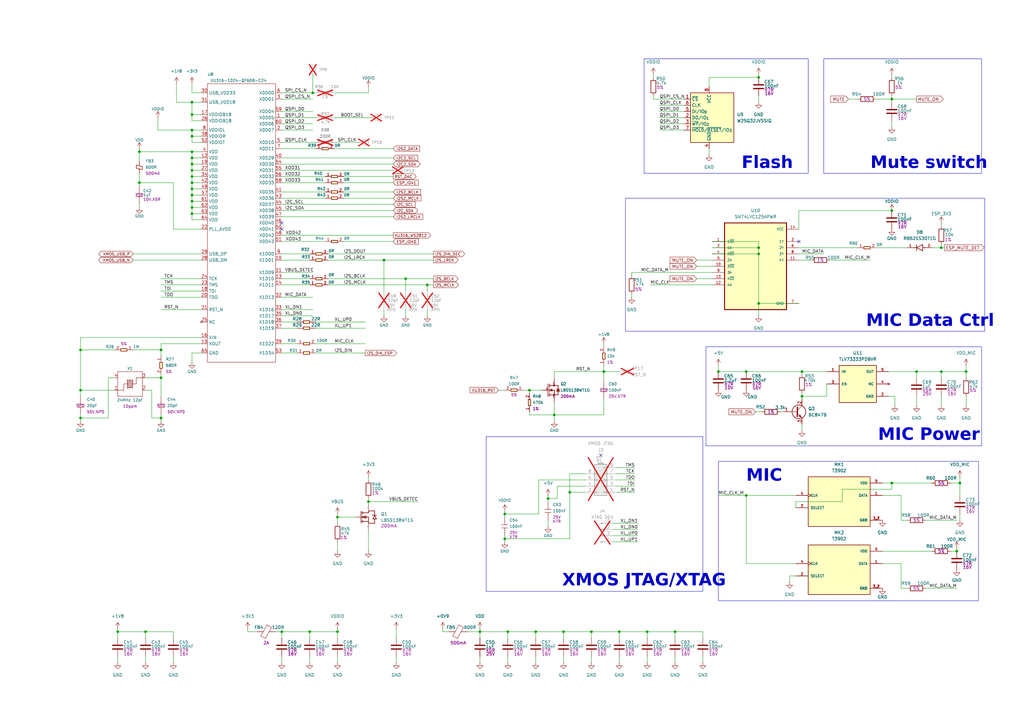
<source format=kicad_sch>
(kicad_sch (version 20250114) (generator "eeschema") (generator_version "9.0")
  (paper "A3")
  (title_block (title "Home mini drop in PCB replacement") (rev "v1") (company "by iMike78 (inpired by Onju voice and HA VPE)"))
  (rectangle (start 294.64 189.23) (end 401.32 246.38))
  (rectangle (start 264.16 24.13) (end 331.47 71.12))
  (rectangle (start 199.39 179.07) (end 288.29 242.57))
  (rectangle (start 289.56 142.24) (end 402.59 182.88))
  (rectangle (start 337.82 24.13) (end 402.59 71.12))
  (rectangle (start 256.54 81.28) (end 403.86 135.89))
  (text "Flash" (at 314.706 68.326 0) (effects (font (size 5 5) (bold yes))))
  (text "MIC" (at 313.436 196.596 0) (effects (font (size 5 5) (bold yes))))
  (text "Mute switch" (at 381 68.326 0) (effects (font (size 5 5) (bold yes))))
  (text "MIC Power\n" (at 381 179.832 0) (effects (font (size 5 5) (bold yes))))
  (text "MIC Data Ctrl" (at 381.508 133.096 0) (effects (font (size 5 5) (bold yes))))
  (text "XMOS JTAG/XTAG" (at 264.16 239.522 0) (effects (font (size 5 5) (bold yes))))
  (junction (at 365.76 198.12))
  (junction (at 78.74 87.63))
  (junction (at 254 259.08))
  (junction (at 78.74 82.55))
  (junction (at 138.43 259.08))
  (junction (at 78.74 80.01))
  (junction (at 328.93 162.56))
  (junction (at 265.43 259.08))
  (junction (at 311.15 124.46))
  (junction (at 151.13 205.74))
  (junction (at 386.08 152.4))
  (junction (at 224.79 204.47))
  (junction (at 306.07 203.2))
  (junction (at 78.74 46.99))
  (junction (at 78.74 55.88))
  (junction (at 78.74 53.34))
  (junction (at 78.74 72.39))
  (junction (at 365.76 40.64))
  (junction (at 166.37 114.3))
  (junction (at 386.08 101.6))
  (junction (at 115.57 259.08))
  (junction (at 78.74 77.47))
  (junction (at 396.24 152.4))
  (junction (at 207.01 220.98))
  (junction (at 78.74 85.09))
  (junction (at 311.15 101.6))
  (junction (at 66.04 171.45))
  (junction (at 33.02 143.51))
  (junction (at 78.74 67.31))
  (junction (at 78.74 69.85))
  (junction (at 127 259.08))
  (junction (at 233.68 201.93))
  (junction (at 48.26 259.08))
  (junction (at 227.33 170.18))
  (junction (at 294.64 152.4))
  (junction (at 242.57 259.08))
  (junction (at 128.27 38.1))
  (junction (at 217.17 160.02))
  (junction (at 78.74 62.23))
  (junction (at 196.85 259.08))
  (junction (at 138.43 212.09))
  (junction (at 66.04 143.51))
  (junction (at 66.04 154.94))
  (junction (at 219.71 259.08))
  (junction (at 392.43 226.06))
  (junction (at 328.93 152.4))
  (junction (at 33.02 171.45))
  (junction (at 247.65 152.4))
  (junction (at 311.15 31.75))
  (junction (at 231.14 259.08))
  (junction (at 57.15 62.23))
  (junction (at 311.15 104.14))
  (junction (at 57.15 74.93))
  (junction (at 33.02 160.02))
  (junction (at 375.92 152.4))
  (junction (at 78.74 41.91))
  (junction (at 78.74 64.77))
  (junction (at 276.86 259.08))
  (junction (at 393.7 198.12))
  (junction (at 59.69 259.08))
  (junction (at 157.48 106.68))
  (junction (at 175.26 116.84))
  (junction (at 207.01 210.82))
  (junction (at 78.74 74.93))
  (junction (at 208.28 259.08))
  (junction (at 306.07 152.4))
  (junction (at 365.76 86.36))
  (no_connect (at 246.38 186.69))
  (no_connect (at 115.57 91.44))
  (no_connect (at 327.66 99.06))
  (no_connect (at 115.57 93.98))
  (wire (pts (xy 57.15 71.12) (xy 57.15 74.93)))
  (wire (pts (xy 270.51 45.72) (xy 280.67 45.72)))
  (wire (pts (xy 78.74 77.47) (xy 82.55 77.47)))
  (wire (pts (xy 115.57 69.85) (xy 161.29 69.85)))
  (wire (pts (xy 71.12 93.98) (xy 82.55 93.98)))
  (wire (pts (xy 181.61 259.08) (xy 184.15 259.08)))
  (wire (pts (xy 311.15 124.46) (xy 311.15 129.54)))
  (wire (pts (xy 292.1 99.06) (xy 311.15 99.06)))
  (wire (pts (xy 276.86 259.08) (xy 288.29 259.08)))
  (wire (pts (xy 138.43 269.24) (xy 138.43 271.78)))
  (wire (pts (xy 162.56 257.81) (xy 162.56 261.62)))
  (wire (pts (xy 115.57 104.14) (xy 127 104.14)))
  (wire (pts (xy 251.46 222.25) (xy 261.62 222.25)))
  (wire (pts (xy 71.12 93.98) (xy 71.12 74.93)))
  (wire (pts (xy 224.79 213.36) (xy 224.79 215.9)))
  (wire (pts (xy 115.57 144.78) (xy 121.92 144.78)))
  (wire (pts (xy 78.74 80.01) (xy 78.74 82.55)))
  (wire (pts (xy 82.55 49.53) (xy 78.74 49.53)))
  (wire (pts (xy 162.56 269.24) (xy 162.56 271.78)))
  (wire (pts (xy 115.57 50.8) (xy 128.27 50.8)))
  (wire (pts (xy 196.85 259.08) (xy 196.85 261.62)))
  (wire (pts (xy 78.74 64.77) (xy 82.55 64.77)))
  (wire (pts (xy 379.73 241.3) (xy 392.43 241.3)))
  (wire (pts (xy 365.76 200.66) (xy 365.76 198.12)))
  (wire (pts (xy 345.44 200.66) (xy 365.76 200.66)))
  (wire (pts (xy 328.93 173.99) (xy 328.93 176.53)))
  (wire (pts (xy 251.46 219.71) (xy 261.62 219.71)))
  (wire (pts (xy 231.14 259.08) (xy 231.14 261.62)))
  (wire (pts (xy 252.73 201.93) (xy 260.35 201.93)))
  (wire (pts (xy 204.47 160.02) (xy 207.01 160.02)))
  (wire (pts (xy 247.65 152.4) (xy 254 152.4)))
  (wire (pts (xy 326.39 205.74) (xy 345.44 205.74)))
  (wire (pts (xy 82.55 90.17) (xy 78.74 90.17)))
  (wire (pts (xy 181.61 257.81) (xy 181.61 259.08)))
  (wire (pts (xy 82.55 140.97) (xy 66.04 140.97)))
  (wire (pts (xy 129.54 134.62) (xy 149.86 134.62)))
  (wire (pts (xy 254 269.24) (xy 254 271.78)))
  (wire (pts (xy 129.54 140.97) (xy 149.86 140.97)))
  (wire (pts (xy 57.15 62.23) (xy 57.15 60.96)))
  (wire (pts (xy 386.08 162.56) (xy 386.08 166.37)))
  (wire (pts (xy 219.71 269.24) (xy 219.71 271.78)))
  (wire (pts (xy 242.57 269.24) (xy 242.57 271.78)))
  (wire (pts (xy 326.39 208.28) (xy 326.39 205.74)))
  (wire (pts (xy 57.15 74.93) (xy 57.15 76.2)))
  (wire (pts (xy 78.74 72.39) (xy 78.74 69.85)))
  (wire (pts (xy 224.79 204.47) (xy 224.79 205.74)))
  (wire (pts (xy 361.95 231.14) (xy 369.57 231.14)))
  (wire (pts (xy 157.48 106.68) (xy 157.48 119.38)))
  (wire (pts (xy 311.15 39.37) (xy 311.15 41.91)))
  (wire (pts (xy 138.43 257.81) (xy 138.43 259.08)))
  (wire (pts (xy 78.74 53.34) (xy 82.55 53.34)))
  (wire (pts (xy 306.07 152.4) (xy 328.93 152.4)))
  (wire (pts (xy 251.46 217.17) (xy 261.62 217.17)))
  (wire (pts (xy 78.74 87.63) (xy 78.74 85.09)))
  (wire (pts (xy 375.92 152.4) (xy 386.08 152.4)))
  (wire (pts (xy 311.15 99.06) (xy 311.15 101.6)))
  (wire (pts (xy 101.6 259.08) (xy 105.41 259.08)))
  (wire (pts (xy 54.61 106.68) (xy 82.55 106.68)))
  (wire (pts (xy 115.57 53.34) (xy 128.27 53.34)))
  (wire (pts (xy 115.57 64.77) (xy 161.29 64.77)))
  (wire (pts (xy 323.85 238.76) (xy 323.85 236.22)))
  (wire (pts (xy 219.71 259.08) (xy 231.14 259.08)))
  (wire (pts (xy 231.14 259.08) (xy 242.57 259.08)))
  (wire (pts (xy 345.44 205.74) (xy 345.44 200.66)))
  (wire (pts (xy 101.6 257.81) (xy 101.6 259.08)))
  (wire (pts (xy 115.57 99.06) (xy 133.35 99.06)))
  (wire (pts (xy 127 269.24) (xy 127 271.78)))
  (wire (pts (xy 233.68 194.31) (xy 233.68 201.93)))
  (wire (pts (xy 66.04 121.92) (xy 82.55 121.92)))
  (wire (pts (xy 78.74 77.47) (xy 78.74 74.93)))
  (wire (pts (xy 386.08 152.4) (xy 396.24 152.4)))
  (wire (pts (xy 396.24 149.86) (xy 396.24 152.4)))
  (wire (pts (xy 140.97 74.93) (xy 161.29 74.93)))
  (wire (pts (xy 386.08 91.44) (xy 386.08 92.71)))
  (wire (pts (xy 78.74 49.53) (xy 78.74 46.99)))
  (wire (pts (xy 292.1 104.14) (xy 311.15 104.14)))
  (wire (pts (xy 140.97 78.74) (xy 161.29 78.74)))
  (wire (pts (xy 78.74 55.88) (xy 78.74 53.34)))
  (wire (pts (xy 220.98 196.85) (xy 240.03 196.85)))
  (wire (pts (xy 151.13 195.58) (xy 151.13 196.85)))
  (wire (pts (xy 78.74 77.47) (xy 78.74 80.01)))
  (wire (pts (xy 115.57 106.68) (xy 127 106.68)))
  (wire (pts (xy 59.69 154.94) (xy 66.04 154.94)))
  (wire (pts (xy 327.66 86.36) (xy 365.76 86.36)))
  (wire (pts (xy 233.68 201.93) (xy 240.03 201.93)))
  (wire (pts (xy 207.01 210.82) (xy 220.98 210.82)))
  (wire (pts (xy 66.04 116.84) (xy 82.55 116.84)))
  (wire (pts (xy 59.69 269.24) (xy 59.69 271.78)))
  (wire (pts (xy 57.15 62.23) (xy 57.15 66.04)))
  (wire (pts (xy 134.62 106.68) (xy 157.48 106.68)))
  (wire (pts (xy 33.02 170.18) (xy 33.02 171.45)))
  (wire (pts (xy 217.17 168.91) (xy 217.17 170.18)))
  (wire (pts (xy 311.15 104.14) (xy 311.15 124.46)))
  (wire (pts (xy 214.63 160.02) (xy 217.17 160.02)))
  (wire (pts (xy 233.68 220.98) (xy 207.01 220.98)))
  (wire (pts (xy 294.64 152.4) (xy 306.07 152.4)))
  (wire (pts (xy 78.74 55.88) (xy 82.55 55.88)))
  (wire (pts (xy 59.69 160.02) (xy 62.23 160.02)))
  (wire (pts (xy 115.57 134.62) (xy 121.92 134.62)))
  (wire (pts (xy 364.49 162.56) (xy 367.03 162.56)))
  (wire (pts (xy 327.66 93.98) (xy 327.66 86.36)))
  (wire (pts (xy 78.74 74.93) (xy 82.55 74.93)))
  (wire (pts (xy 66.04 153.67) (xy 66.04 154.94)))
  (wire (pts (xy 137.16 48.26) (xy 152.4 48.26)))
  (wire (pts (xy 393.7 210.82) (xy 393.7 213.36)))
  (wire (pts (xy 62.23 171.45) (xy 66.04 171.45)))
  (wire (pts (xy 270.51 53.34) (xy 280.67 53.34)))
  (wire (pts (xy 285.75 106.68) (xy 292.1 106.68)))
  (wire (pts (xy 328.93 161.29) (xy 328.93 162.56)))
  (wire (pts (xy 115.57 78.74) (xy 133.35 78.74)))
  (wire (pts (xy 115.57 132.08) (xy 121.92 132.08)))
  (wire (pts (xy 33.02 171.45) (xy 33.02 172.72)))
  (wire (pts (xy 196.85 257.81) (xy 196.85 259.08)))
  (wire (pts (xy 175.26 129.54) (xy 175.26 127)))
  (wire (pts (xy 208.28 269.24) (xy 208.28 271.78)))
  (wire (pts (xy 224.79 203.2) (xy 224.79 204.47)))
  (wire (pts (xy 115.57 81.28) (xy 133.35 81.28)))
  (wire (pts (xy 151.13 35.56) (xy 151.13 38.1)))
  (wire (pts (xy 57.15 83.82) (xy 57.15 85.09)))
  (wire (pts (xy 128.27 30.48) (xy 128.27 38.1)))
  (wire (pts (xy 66.04 114.3) (xy 82.55 114.3)))
  (wire (pts (xy 227.33 165.1) (xy 227.33 170.18)))
  (wire (pts (xy 138.43 210.82) (xy 138.43 212.09)))
  (wire (pts (xy 59.69 259.08) (xy 59.69 261.62)))
  (wire (pts (xy 389.89 226.06) (xy 392.43 226.06)))
  (wire (pts (xy 115.57 74.93) (xy 133.35 74.93)))
  (wire (pts (xy 328.93 162.56) (xy 328.93 163.83)))
  (wire (pts (xy 137.16 58.42) (xy 147.32 58.42)))
  (wire (pts (xy 231.14 269.24) (xy 231.14 271.78)))
  (wire (pts (xy 267.97 40.64) (xy 280.67 40.64)))
  (wire (pts (xy 220.98 210.82) (xy 220.98 196.85)))
  (wire (pts (xy 78.74 58.42) (xy 78.74 55.88)))
  (wire (pts (xy 386.08 101.6) (xy 387.35 101.6)))
  (wire (pts (xy 276.86 259.08) (xy 276.86 261.62)))
  (wire (pts (xy 265.43 259.08) (xy 276.86 259.08)))
  (wire (pts (xy 137.16 60.96) (xy 161.29 60.96)))
  (wire (pts (xy 217.17 160.02) (xy 217.17 161.29)))
  (wire (pts (xy 309.88 168.91) (xy 312.42 168.91)))
  (wire (pts (xy 270.51 43.18) (xy 280.67 43.18)))
  (wire (pts (xy 115.57 111.76) (xy 128.27 111.76)))
  (wire (pts (xy 361.95 226.06) (xy 382.27 226.06)))
  (wire (pts (xy 33.02 138.43) (xy 33.02 143.51)))
  (wire (pts (xy 78.74 46.99) (xy 78.74 41.91)))
  (wire (pts (xy 393.7 195.58) (xy 393.7 198.12)))
  (wire (pts (xy 115.57 127) (xy 128.27 127)))
  (wire (pts (xy 196.85 269.24) (xy 196.85 271.78)))
  (wire (pts (xy 270.51 48.26) (xy 280.67 48.26)))
  (wire (pts (xy 115.57 67.31) (xy 161.29 67.31)))
  (wire (pts (xy 115.57 40.64) (xy 128.27 40.64)))
  (wire (pts (xy 288.29 269.24) (xy 288.29 271.78)))
  (wire (pts (xy 365.76 39.37) (xy 365.76 40.64)))
  (wire (pts (xy 78.74 64.77) (xy 78.74 62.23)))
  (wire (pts (xy 113.03 259.08) (xy 115.57 259.08)))
  (wire (pts (xy 228.6 204.47) (xy 224.79 204.47)))
  (wire (pts (xy 71.12 269.24) (xy 71.12 271.78)))
  (wire (pts (xy 386.08 152.4) (xy 386.08 154.94)))
  (wire (pts (xy 166.37 114.3) (xy 177.8 114.3)))
  (wire (pts (xy 82.55 58.42) (xy 78.74 58.42)))
  (wire (pts (xy 217.17 160.02) (xy 222.25 160.02)))
  (wire (pts (xy 66.04 140.97) (xy 66.04 143.51)))
  (wire (pts (xy 66.04 154.94) (xy 66.04 162.56)))
  (wire (pts (xy 267.97 30.48) (xy 267.97 31.75)))
  (wire (pts (xy 66.04 119.38) (xy 82.55 119.38)))
  (wire (pts (xy 33.02 143.51) (xy 46.99 143.51)))
  (wire (pts (xy 247.65 149.86) (xy 247.65 152.4)))
  (wire (pts (xy 129.54 132.08) (xy 149.86 132.08)))
  (wire (pts (xy 393.7 198.12) (xy 393.7 203.2)))
  (wire (pts (xy 306.07 231.14) (xy 326.39 231.14)))
  (wire (pts (xy 365.76 40.64) (xy 365.76 41.91)))
  (wire (pts (xy 134.62 104.14) (xy 177.8 104.14)))
  (wire (pts (xy 294.64 149.86) (xy 294.64 152.4)))
  (wire (pts (xy 327.66 106.68) (xy 332.74 106.68)))
  (wire (pts (xy 140.97 99.06) (xy 161.29 99.06)))
  (wire (pts (xy 276.86 269.24) (xy 276.86 271.78)))
  (wire (pts (xy 254 259.08) (xy 265.43 259.08)))
  (wire (pts (xy 78.74 80.01) (xy 82.55 80.01)))
  (wire (pts (xy 78.74 90.17) (xy 78.74 87.63)))
  (wire (pts (xy 115.57 114.3) (xy 127 114.3)))
  (wire (pts (xy 339.09 162.56) (xy 328.93 162.56)))
  (wire (pts (xy 175.26 116.84) (xy 175.26 119.38)))
  (wire (pts (xy 392.43 224.79) (xy 392.43 226.06)))
  (wire (pts (xy 270.51 50.8) (xy 280.67 50.8)))
  (wire (pts (xy 151.13 205.74) (xy 151.13 207.01)))
  (wire (pts (xy 78.74 74.93) (xy 78.74 72.39)))
  (wire (pts (xy 127 259.08) (xy 127 261.62)))
  (wire (pts (xy 372.11 213.36) (xy 369.57 213.36)))
  (wire (pts (xy 66.04 127) (xy 82.55 127)))
  (wire (pts (xy 227.33 152.4) (xy 227.33 154.94)))
  (wire (pts (xy 254 259.08) (xy 254 261.62)))
  (wire (pts (xy 359.41 101.6) (xy 372.11 101.6)))
  (wire (pts (xy 252.73 191.77) (xy 260.35 191.77)))
  (wire (pts (xy 54.61 104.14) (xy 82.55 104.14)))
  (wire (pts (xy 128.27 38.1) (xy 129.54 38.1)))
  (wire (pts (xy 64.77 53.34) (xy 78.74 53.34)))
  (wire (pts (xy 196.85 259.08) (xy 208.28 259.08)))
  (wire (pts (xy 151.13 217.17) (xy 151.13 226.06)))
  (wire (pts (xy 115.57 72.39) (xy 133.35 72.39)))
  (wire (pts (xy 259.08 120.65) (xy 259.08 121.92)))
  (wire (pts (xy 379.73 213.36) (xy 392.43 213.36)))
  (wire (pts (xy 311.15 30.48) (xy 311.15 31.75)))
  (wire (pts (xy 57.15 62.23) (xy 78.74 62.23)))
  (wire (pts (xy 389.89 198.12) (xy 393.7 198.12)))
  (wire (pts (xy 369.57 241.3) (xy 369.57 231.14)))
  (wire (pts (xy 219.71 259.08) (xy 219.71 261.62)))
  (wire (pts (xy 115.57 60.96) (xy 129.54 60.96)))
  (wire (pts (xy 311.15 101.6) (xy 311.15 104.14)))
  (wire (pts (xy 78.74 67.31) (xy 82.55 67.31)))
  (wire (pts (xy 115.57 259.08) (xy 115.57 261.62)))
  (wire (pts (xy 288.29 259.08) (xy 288.29 261.62)))
  (wire (pts (xy 78.74 46.99) (xy 82.55 46.99)))
  (wire (pts (xy 306.07 203.2) (xy 326.39 203.2)))
  (wire (pts (xy 259.08 113.03) (xy 259.08 111.76)))
  (wire (pts (xy 115.57 48.26) (xy 129.54 48.26)))
  (wire (pts (xy 327.66 104.14) (xy 337.82 104.14)))
  (wire (pts (xy 78.74 82.55) (xy 82.55 82.55)))
  (wire (pts (xy 137.16 38.1) (xy 151.13 38.1)))
  (wire (pts (xy 140.97 81.28) (xy 161.29 81.28)))
  (wire (pts (xy 78.74 34.29) (xy 78.74 38.1)))
  (wire (pts (xy 242.57 259.08) (xy 242.57 261.62)))
  (wire (pts (xy 365.76 40.64) (xy 375.92 40.64)))
  (wire (pts (xy 78.74 72.39) (xy 82.55 72.39)))
  (wire (pts (xy 252.73 199.39) (xy 260.35 199.39)))
  (wire (pts (xy 166.37 114.3) (xy 166.37 119.38)))
  (wire (pts (xy 233.68 194.31) (xy 240.03 194.31)))
  (wire (pts (xy 265.43 259.08) (xy 265.43 261.62)))
  (wire (pts (xy 134.62 114.3) (xy 166.37 114.3)))
  (wire (pts (xy 364.49 152.4) (xy 375.92 152.4)))
  (wire (pts (xy 138.43 212.09) (xy 138.43 214.63)))
  (wire (pts (xy 66.04 170.18) (xy 66.04 171.45)))
  (wire (pts (xy 359.41 40.64) (xy 365.76 40.64)))
  (wire (pts (xy 78.74 85.09) (xy 82.55 85.09)))
  (wire (pts (xy 175.26 116.84) (xy 177.8 116.84)))
  (wire (pts (xy 396.24 152.4) (xy 396.24 154.94)))
  (wire (pts (xy 129.54 144.78) (xy 149.86 144.78)))
  (wire (pts (xy 115.57 121.92) (xy 128.27 121.92)))
  (wire (pts (xy 54.61 143.51) (xy 66.04 143.51)))
  (wire (pts (xy 328.93 152.4) (xy 328.93 153.67)))
  (wire (pts (xy 66.04 171.45) (xy 66.04 172.72)))
  (wire (pts (xy 233.68 201.93) (xy 233.68 220.98)))
  (wire (pts (xy 64.77 48.26) (xy 64.77 53.34)))
  (wire (pts (xy 240.03 199.39) (xy 228.6 199.39)))
  (wire (pts (xy 369.57 213.36) (xy 369.57 203.2)))
  (wire (pts (xy 311.15 124.46) (xy 327.66 124.46)))
  (wire (pts (xy 208.28 259.08) (xy 219.71 259.08)))
  (wire (pts (xy 78.74 82.55) (xy 78.74 85.09)))
  (wire (pts (xy 33.02 171.45) (xy 44.45 171.45)))
  (wire (pts (xy 266.7 116.84) (xy 292.1 116.84)))
  (wire (pts (xy 252.73 196.85) (xy 260.35 196.85)))
  (wire (pts (xy 115.57 140.97) (xy 121.92 140.97)))
  (wire (pts (xy 259.08 111.76) (xy 292.1 111.76)))
  (wire (pts (xy 82.55 138.43) (xy 33.02 138.43)))
  (wire (pts (xy 290.83 60.96) (xy 290.83 63.5)))
  (wire (pts (xy 48.26 269.24) (xy 48.26 271.78)))
  (wire (pts (xy 78.74 67.31) (xy 78.74 64.77)))
  (wire (pts (xy 242.57 259.08) (xy 254 259.08)))
  (wire (pts (xy 78.74 87.63) (xy 82.55 87.63)))
  (wire (pts (xy 207.01 209.55) (xy 207.01 210.82)))
  (wire (pts (xy 247.65 163.83) (xy 247.65 170.18)))
  (wire (pts (xy 115.57 259.08) (xy 127 259.08)))
  (wire (pts (xy 323.85 236.22) (xy 326.39 236.22)))
  (wire (pts (xy 59.69 259.08) (xy 48.26 259.08)))
  (wire (pts (xy 62.23 160.02) (xy 62.23 171.45)))
  (wire (pts (xy 365.76 30.48) (xy 365.76 31.75)))
  (wire (pts (xy 217.17 170.18) (xy 227.33 170.18)))
  (wire (pts (xy 311.15 31.75) (xy 290.83 31.75)))
  (wire (pts (xy 294.64 203.2) (xy 306.07 203.2)))
  (wire (pts (xy 72.39 41.91) (xy 78.74 41.91)))
  (wire (pts (xy 115.57 86.36) (xy 161.29 86.36)))
  (wire (pts (xy 396.24 162.56) (xy 396.24 166.37)))
  (wire (pts (xy 306.07 231.14) (xy 306.07 203.2)))
  (wire (pts (xy 138.43 222.25) (xy 138.43 226.06)))
  (wire (pts (xy 327.66 101.6) (xy 351.79 101.6)))
  (wire (pts (xy 207.01 219.71) (xy 207.01 220.98)))
  (wire (pts (xy 78.74 41.91) (xy 82.55 41.91)))
  (wire (pts (xy 207.01 210.82) (xy 207.01 212.09)))
  (wire (pts (xy 115.57 38.1) (xy 128.27 38.1)))
  (wire (pts (xy 339.09 157.48) (xy 339.09 162.56)))
  (wire (pts (xy 33.02 160.02) (xy 46.99 160.02)))
  (wire (pts (xy 290.83 31.75) (xy 290.83 35.56)))
  (wire (pts (xy 208.28 259.08) (xy 208.28 261.62)))
  (wire (pts (xy 375.92 162.56) (xy 375.92 166.37)))
  (wire (pts (xy 33.02 143.51) (xy 33.02 160.02)))
  (wire (pts (xy 382.27 101.6) (xy 386.08 101.6)))
  (wire (pts (xy 367.03 162.56) (xy 367.03 166.37)))
  (wire (pts (xy 247.65 140.97) (xy 247.65 142.24)))
  (wire (pts (xy 82.55 144.78) (xy 78.74 144.78)))
  (wire (pts (xy 71.12 261.62) (xy 71.12 259.08)))
  (wire (pts (xy 365.76 49.53) (xy 365.76 52.07)))
  (wire (pts (xy 151.13 205.74) (xy 171.45 205.74)))
  (wire (pts (xy 44.45 154.94) (xy 44.45 171.45)))
  (wire (pts (xy 48.26 259.08) (xy 48.26 261.62)))
  (wire (pts (xy 191.77 259.08) (xy 196.85 259.08)))
  (wire (pts (xy 375.92 152.4) (xy 375.92 154.94)))
  (wire (pts (xy 252.73 194.31) (xy 260.35 194.31)))
  (wire (pts (xy 78.74 69.85) (xy 82.55 69.85)))
  (wire (pts (xy 71.12 259.08) (xy 59.69 259.08)))
  (wire (pts (xy 320.04 168.91) (xy 321.31 168.91)))
  (wire (pts (xy 115.57 88.9) (xy 161.29 88.9)))
  (wire (pts (xy 78.74 144.78) (xy 78.74 148.59)))
  (wire (pts (xy 48.26 257.81) (xy 48.26 259.08)))
  (wire (pts (xy 66.04 143.51) (xy 66.04 146.05)))
  (wire (pts (xy 386.08 100.33) (xy 386.08 101.6)))
  (wire (pts (xy 207.01 220.98) (xy 207.01 222.25)))
  (wire (pts (xy 151.13 204.47) (xy 151.13 205.74)))
  (wire (pts (xy 285.75 114.3) (xy 292.1 114.3)))
  (wire (pts (xy 328.93 152.4) (xy 339.09 152.4)))
  (wire (pts (xy 361.95 203.2) (xy 369.57 203.2)))
  (wire (pts (xy 361.95 198.12) (xy 365.76 198.12)))
  (wire (pts (xy 78.74 69.85) (xy 78.74 67.31)))
  (wire (pts (xy 138.43 212.09) (xy 146.05 212.09)))
  (wire (pts (xy 138.43 259.08) (xy 138.43 261.62)))
  (wire (pts (xy 57.15 74.93) (xy 71.12 74.93)))
  (wire (pts (xy 157.48 106.68) (xy 177.8 106.68)))
  (wire (pts (xy 347.98 40.64) (xy 351.79 40.64)))
  (wire (pts (xy 115.57 116.84) (xy 127 116.84)))
  (wire (pts (xy 285.75 109.22) (xy 292.1 109.22)))
  (wire (pts (xy 82.55 62.23) (xy 78.74 62.23)))
  (wire (pts (xy 227.33 170.18) (xy 247.65 170.18)))
  (wire (pts (xy 46.99 154.94) (xy 44.45 154.94)))
  (wire (pts (xy 372.11 241.3) (xy 369.57 241.3)))
  (wire (pts (xy 115.57 45.72) (xy 128.27 45.72)))
  (wire (pts (xy 340.36 106.68) (xy 356.87 106.68)))
  (wire (pts (xy 115.57 58.42) (xy 129.54 58.42)))
  (wire (pts (xy 365.76 198.12) (xy 382.27 198.12)))
  (wire (pts (xy 78.74 38.1) (xy 82.55 38.1)))
  (wire (pts (xy 127 259.08) (xy 138.43 259.08)))
  (wire (pts (xy 227.33 170.18) (xy 227.33 172.72)))
  (wire (pts (xy 115.57 269.24) (xy 115.57 271.78)))
  (wire (pts (xy 115.57 129.54) (xy 128.27 129.54)))
  (wire (pts (xy 72.39 34.29) (xy 72.39 41.91)))
  (wire (pts (xy 247.65 152.4) (xy 247.65 156.21)))
  (wire (pts (xy 228.6 199.39) (xy 228.6 204.47)))
  (wire (pts (xy 267.97 39.37) (xy 267.97 40.64)))
  (wire (pts (xy 292.1 101.6) (xy 311.15 101.6)))
  (wire (pts (xy 247.65 152.4) (xy 227.33 152.4)))
  (wire (pts (xy 115.57 83.82) (xy 161.29 83.82)))
  (wire (pts (xy 166.37 129.54) (xy 166.37 127)))
  (wire (pts (xy 140.97 72.39) (xy 161.29 72.39)))
  (wire (pts (xy 265.43 269.24) (xy 265.43 271.78)))
  (wire (pts (xy 157.48 129.54) (xy 157.48 127)))
  (wire (pts (xy 115.57 96.52) (xy 161.29 96.52)))
  (wire (pts (xy 134.62 116.84) (xy 175.26 116.84)))
  (wire (pts (xy 251.46 214.63) (xy 261.62 214.63)))
  (wire (pts (xy 33.02 160.02) (xy 33.02 162.56)))
  (label "TDO" (at 67.31 121.92 0))
  (label "SPI_CLK" (at 138.43 58.42 0))
  (label "XOD32" (at 116.84 72.39 0))
  (label "QSPI_D1" (at 270.51 48.26 0))
  (label "XL_UP1" (at 137.16 134.62 0))
  (label "XOD33" (at 116.84 74.93 0))
  (label "RST_N" (at 236.22 152.4 0))
  (label "I2C_SDA" (at 116.84 86.36 0))
  (label "XOD42" (at 117.094 96.52 0))
  (label "MIC_DATA_M" (at 262.89 111.76 0))
  (label "QSPI_CLK" (at 116.84 58.42 0))
  (label "XL_DN1" (at 116.84 127 0))
  (label "XL_UP1" (at 261.62 222.25 180))
  (label "MIC_DATA_M" (at 392.43 213.36 180))
  (label "BOOT_SEL" (at 139.7 48.26 0))
  (label "QSPI_CLK" (at 270.51 43.18 0))
  (label "TDI" (at 67.31 119.38 0))
  (label "TCK" (at 260.35 194.31 180))
  (label "XL_DN0" (at 261.62 217.17 180))
  (label "TMS" (at 67.31 116.84 0))
  (label "MIC_CLK_M" (at 356.87 106.68 180))
  (label "I2S_DOUT" (at 140.97 104.14 0))
  (label "VBUS_DETEC" (at 116.84 111.76 0))
  (label "XL_UP0" (at 137.16 132.08 0))
  (label "TDI" (at 260.35 199.39 180))
  (label "XOD31" (at 116.84 69.85 0))
  (label "QSPI_D2" (at 270.51 50.8 0))
  (label "QSPI_CS_N" (at 270.51 40.64 0))
  (label "SPI_CS_N" (at 116.84 38.1 0))
  (label "MIC_CLK_M" (at 294.64 203.2 0))
  (label "RST_N" (at 260.35 201.93 180))
  (label "I2S_LRCK" (at 140.97 106.68 0))
  (label "MIC_DATA_M" (at 392.43 241.3 180))
  (label "MIC_CLK" (at 266.7 116.84 0))
  (label "I2S_BCLK" (at 140.97 114.3 0))
  (label "XL_DN0" (at 116.84 129.54 0))
  (label "QSPI_D3" (at 116.84 53.34 0))
  (label "MIC_CLK" (at 137.16 140.97 0))
  (label "MIC_DATA" (at 116.84 121.92 0))
  (label "XL_UP0" (at 261.62 219.71 180))
  (label "MIC_DATA" (at 337.82 104.14 180))
  (label "RST_N" (at 67.31 127 0))
  (label "TMS" (at 260.35 191.77 180))
  (label "QSPI_CS_N" (at 116.84 40.64 0))
  (label "TDO" (at 260.35 196.85 180))
  (label "QSPI_D3" (at 270.51 53.34 0))
  (label "TCK" (at 67.31 114.3 0))
  (label "XOD43" (at 117.094 99.06 0))
  (label "QSPI_D0" (at 270.51 45.72 0))
  (label "QSPI_D0" (at 116.84 45.72 0))
  (label "VBUS_DETEC" (at 171.45 205.74 180))
  (label "I2S_MCLK" (at 140.97 116.84 0))
  (label "QSPI_D1" (at 116.84 48.26 0))
  (label "XL_DN1" (at 261.62 214.63 180))
  (label "I2S_DIN" (at 137.16 144.78 0))
  (label "I2C_SCL" (at 116.84 83.82 0))
  (label "QSPI_D2" (at 116.84 50.8 0))
  (global_label "RST_DAC" (shape output) (at 161.29 72.39 0) (effects (font (size 1.143 1.143))) (property "Intersheetrefs" "${INTERSHEET_REFS}" (effects (hide yes))))
  (global_label "ESP_MUTE_DET" (shape output) (at 387.35 101.6 0) (property "Intersheetrefs" "${INTERSHEET_REFS}" (effects (hide yes))))
  (global_label "MUTE_ON" (shape input) (at 309.88 168.91 180) (property "Intersheetrefs" "${INTERSHEET_REFS}" (effects (hide yes))))
  (global_label "I2S_DIN_ESP" (shape output) (at 149.86 144.78 0) (effects (font (size 1.143 1.143))) (property "Intersheetrefs" "${INTERSHEET_REFS}" (effects (hide yes))))
  (global_label "I2S2_BCLK" (shape input) (at 161.29 78.74 0) (effects (font (size 1.143 1.143))) (property "Intersheetrefs" "${INTERSHEET_REFS}" (effects (hide yes))))
  (global_label "MUTE_ON" (shape input) (at 285.75 114.3 180) (property "Intersheetrefs" "${INTERSHEET_REFS}" (effects (hide yes))))
  (global_label "I2S_LRCK" (shape output) (at 177.8 106.68 0) (effects (font (size 1.143 1.143))) (property "Intersheetrefs" "${INTERSHEET_REFS}" (effects (hide yes))))
  (global_label "I2S_BCLK" (shape output) (at 177.8 114.3 0) (effects (font (size 1.143 1.143))) (property "Intersheetrefs" "${INTERSHEET_REFS}" (effects (hide yes))))
  (global_label "MUTE_ON" (shape output) (at 375.92 40.64 0) (property "Intersheetrefs" "${INTERSHEET_REFS}" (effects (hide yes))))
  (global_label "MUTE_ON" (shape input) (at 285.75 109.22 180) (property "Intersheetrefs" "${INTERSHEET_REFS}" (effects (hide yes))))
  (global_label "I2S2_DATA" (shape input) (at 161.29 60.96 0) (effects (font (size 1.143 1.143))) (property "Intersheetrefs" "${INTERSHEET_REFS}" (effects (hide yes))))
  (global_label "XU316_WS2812" (shape output) (at 161.29 96.52 0) (effects (font (size 1.143 1.143))) (property "Intersheetrefs" "${INTERSHEET_REFS}" (effects (hide yes))))
  (global_label "MUTE_ON" (shape input) (at 285.75 106.68 180) (property "Intersheetrefs" "${INTERSHEET_REFS}" (effects (hide yes))))
  (global_label "ESP_IO41" (shape input) (at 161.29 74.93 0) (effects (font (size 1.143 1.143))) (property "Intersheetrefs" "${INTERSHEET_REFS}" (effects (hide yes))))
  (global_label "I2C_SCL" (shape input) (at 161.29 83.82 0) (effects (font (size 1.143 1.143))) (property "Intersheetrefs" "${INTERSHEET_REFS}" (effects (hide yes))))
  (global_label "I2S2_MCLK" (shape input) (at 161.29 81.28 0) (effects (font (size 1.143 1.143))) (property "Intersheetrefs" "${INTERSHEET_REFS}" (effects (hide yes))))
  (global_label "ESP_IO40" (shape input) (at 161.29 99.06 0) (effects (font (size 1.143 1.143))) (property "Intersheetrefs" "${INTERSHEET_REFS}" (effects (hide yes))))
  (global_label "I2S_DIN_SEC" (shape output) (at 177.8 104.14 0) (effects (font (size 1.143 1.143))) (property "Intersheetrefs" "${INTERSHEET_REFS}" (effects (hide yes))))
  (global_label "XMOS_USB_N" (shape bidirectional) (at 54.61 106.68 180) (effects (font (size 1.143 1.143))) (property "Intersheetrefs" "${INTERSHEET_REFS}" (effects (hide yes))))
  (global_label "I2C2_SCL" (shape input) (at 161.29 64.77 0) (effects (font (size 1.143 1.143))) (property "Intersheetrefs" "${INTERSHEET_REFS}" (effects (hide yes))))
  (global_label "XMOS_USB_P" (shape bidirectional) (at 54.61 104.14 180) (effects (font (size 1.143 1.143))) (property "Intersheetrefs" "${INTERSHEET_REFS}" (effects (hide yes))))
  (global_label "I2S_MCLK" (shape output) (at 177.8 116.84 0) (effects (font (size 1.143 1.143))) (property "Intersheetrefs" "${INTERSHEET_REFS}" (effects (hide yes))))
  (global_label "MUTE" (shape input) (at 347.98 40.64 180) (property "Intersheetrefs" "${INTERSHEET_REFS}" (effects (hide yes))))
  (global_label "I2C_SDA" (shape bidirectional) (at 161.29 86.36 0) (effects (font (size 1.143 1.143))) (property "Intersheetrefs" "${INTERSHEET_REFS}" (effects (hide yes))))
  (global_label "XU316_RST" (shape input) (at 204.47 160.02 180) (effects (font (size 1.143 1.143))) (property "Intersheetrefs" "${INTERSHEET_REFS}" (effects (hide yes))))
  (global_label "I2S2_LRCLK" (shape input) (at 161.29 88.9 0) (effects (font (size 1.143 1.143))) (property "Intersheetrefs" "${INTERSHEET_REFS}" (effects (hide yes))))
  (global_label "I2C2_SDA" (shape bidirectional) (at 161.29 67.31 0) (effects (font (size 1.143 1.143))) (property "Intersheetrefs" "${INTERSHEET_REFS}" (effects (hide yes))))
  (symbol (lib_id "Seeed_libadl:Resistors/301010047") (at 247.65 146.05 90) (unit 1)
    (property "Reference" "R49" (at 248.92 143.51 90) (effects (font (size 1.143 1.143)) (justify right)))
    (property "Value" "10k" (at 248.92 146.05 90) (effects (font (size 1.143 1.143)) (justify right)))
    (property "Footprint" "Resistor_SMD:R_0402_1005Metric" (effects (hide yes)))
    (property "Description" "SMD RES 10K-1%-1/16W;0402" (effects (hide yes)))
    (property "Manufacturer" "UNI-ROYAL(Uniroyal Elec)" (effects (hide yes)))
    (property "MPN" "0402WGF1002TCE" (effects (hide yes)))
    (property "SKU" "301010047" (effects (hide yes)))
    (property "Resistance" "10K" (effects (hide yes)))
    (property "Part Type" "RES" (effects (hide yes)))
    (property "Power Rating" "1%" (at 248.92 148.59 90) (effects (font (size 1.143 1.143)) (justify right)))
    (property "Status" "BeagleBone Carrier Board" (effects (hide yes)))
    (property "Temperature" "-55°C to 155°C" (effects (hide yes)))
    (property "Manufacturer Part" "0402WGF1002TCE" (effects (hide yes)))
    (property "Supplier Part" "C25744" (effects (hide yes)))
    (property "Function" "XMOS" (effects (hide yes)))
    (property "LCSC Part #" "C25744" (effects (hide yes)))
  )
  (symbol (lib_id "Seeed_libadl:Resistors/301010505") (at 66.04 149.86 270) (unit 1)
    (property "Reference" "R27" (at 67.945 147.32 90) (effects (font (size 1.143 1.143)) (justify left)))
    (property "Value" "680R" (at 67.945 149.86 90) (effects (font (size 1.143 1.143)) (justify left)))
    (property "Footprint" "Resistor_SMD:R_0402_1005Metric" (effects (hide yes)))
    (property "Description" "SMD RES 680R-5%-1/16W;0402" (effects (hide yes)))
    (property "Manufacturer" "UNI-ROYAL(Uniroyal Elec)" (effects (hide yes)))
    (property "MPN" "0402WGF6800TCE" (effects (hide yes)))
    (property "SKU" "301010505" (effects (hide yes)))
    (property "Resistance" "680R" (effects (hide yes)))
    (property "Part Type" "RES" (effects (hide yes)))
    (property "Power Rating" "5%" (at 67.945 152.4 90) (effects (font (size 1.143 1.143)) (justify left)))
    (property "Status" "Combox Pro" (effects (hide yes)))
    (property "Temperature" "-55°C to 155°C" (effects (hide yes)))
    (property "LCSC Part #" "C25130" (effects (hide yes)))
    (property "Manufacturer Part" "0402WGF6800TCE" (effects (hide yes)))
  )
  (symbol (lib_id "power:+3V3") (at 78.74 34.29 0) (unit 1)
    (property "Reference" "#PWR084" (effects (hide yes)))
    (property "Value" "+3V3" (at 78.74 29.21 0) (effects (font (size 1.143 1.143))))
  )
  (symbol (lib_id "Device:C") (at 306.07 156.21 0) (unit 1)
    (property "Reference" "C66" (at 308.356 154.178 0) (effects (justify left)))
    (property "Value" "100nF" (at 308.356 155.956 0) (effects (justify left)))
    (property "Footprint" "Capacitor_SMD:C_0402_1005Metric" (effects (hide yes)))
    (property "Description" "Unpolarized capacitor" (effects (hide yes)))
    (property "Dielectric" "X7R" (at 310.388 157.48 0))
    (property "Voltage" "16V" (at 310.388 159.004 0))
    (property "Function" "MIC" (effects (hide yes)))
    (property "LCSC Part #" "C1525" (effects (hide yes)))
    (property "Manufacturer" "Samsung Electro-Mechanics" (effects (hide yes)))
    (property "Manufacturer Part" "CL05B104KO5NNNC" (effects (hide yes)))
    (property "MPN" "CL05B104KO5NNNC" (effects (hide yes)))
  )
  (symbol (lib_id "power:GND") (at 392.43 233.68 0) (unit 1)
    (property "Reference" "#PWR0146" (effects (hide yes)))
    (property "Value" "GND" (at 392.43 237.998 0))
    (property "Description" "Power symbol creates a global label with name \"GND\" , ground" (effects (hide yes)))
  )
  (symbol (lib_id "New_Library:VDD_MIC") (at 396.24 149.86 0) (unit 1)
    (property "Reference" "#PWR0149" (effects (hide yes)))
    (property "Value" "VDD_MIC" (at 396.24 144.78 0))
    (property "Description" "Power symbol creates a global label with name \"+3.3V\"" (effects (hide yes)))
  )
  (symbol (lib_id "Seeed_libdb:Resistors/301010002") (at 125.73 132.08 0) (unit 1)
    (property "Reference" "R28" (at 121.92 130.81 0))
    (property "Value" "22R" (at 129.54 130.81 0))
    (property "Footprint" "Resistor_SMD:R_0402_1005Metric" (effects (hide yes)))
    (property "Description" "SMD RES 22R-5%-1/16W;0402" (effects (hide yes)))
    (property "Manufacturer" "UNI-ROYAL(Uniroyal Elec)" (effects (hide yes)))
    (property "MPN" "0402WGF220JTCE" (effects (hide yes)))
    (property "SKU" "301010002" (effects (hide yes)))
    (property "Resistance" "22R" (effects (hide yes)))
    (property "Part Type" "RES" (effects (hide yes)))
    (property "Power Rating" "5%" (effects (hide yes)))
    (property "Status" "BeagleBone Carrier Board" (effects (hide yes)))
    (property "Temperature" "-55°C to 155°C" (effects (hide yes)))
    (property "LCSC Part #" "C25092" (effects (hide yes)))
    (property "Manufacturer Part" "0402WGF220JTCE" (effects (hide yes)))
  )
  (symbol (lib_id "New_Library:ESP_3V3") (at 386.08 91.44 0) (unit 1)
    (property "Reference" "#PWR0138" (effects (hide yes)))
    (property "Value" "ESP_3V3" (at 386.08 87.63 0))
    (property "Description" "Power symbol creates a global label with name \"+3.3V\"" (effects (hide yes)))
  )
  (symbol (lib_id "Device:FerriteBead") (at 187.96 259.08 90) (unit 1)
    (property "Reference" "FB5" (at 184.912 257.302 90))
    (property "Value" "600R" (at 192.786 257.302 90))
    (property "Footprint" "Onju:BLM18PG121SN1D" (effects (hide yes)))
    (property "Description" "Ferrite bead, 600Ω @ 100MHz, 500mA" (effects (hide yes)))
    (property "Function" "XMOS" (effects (hide yes)))
    (property "Current" "500mA" (at 187.96 263.652 90))
    (property "Part number" "BLM18AG601SN1D" (effects (hide yes)))
    (property "Manufacturer" "Murata" (effects (hide yes)))
    (property "LCSC Part #" "C85833" (effects (hide yes)))
    (property "Manufacturer Part" "BLM18KG601SN1D" (effects (hide yes)))
    (property "MPN" "BLM18KG601SN1D" (effects (hide yes)))
  )
  (symbol (lib_id "power:+1V8") (at 72.39 34.29 0) (unit 1)
    (property "Reference" "#PWR083" (effects (hide yes)))
    (property "Value" "+1V8" (at 72.39 29.21 0) (effects (font (size 1.143 1.143))))
  )
  (symbol (lib_id "Device:C") (at 208.28 265.43 0) (unit 1)
    (property "Reference" "C56" (at 210.566 263.398 0) (effects (justify left)))
    (property "Value" "100nF" (at 210.566 265.176 0) (effects (justify left)))
    (property "Footprint" "Capacitor_SMD:C_0402_1005Metric" (effects (hide yes)))
    (property "Description" "Unpolarized capacitor" (effects (hide yes)))
    (property "Dielectric" "X7R" (at 212.598 266.7 0))
    (property "Voltage" "16V" (at 212.598 268.224 0))
    (property "Function" "XMOS" (effects (hide yes)))
    (property "LCSC Part #" "C1525" (effects (hide yes)))
    (property "Manufacturer" "Samsung Electro-Mechanics" (effects (hide yes)))
    (property "Manufacturer Part" "CL05B104KO5NNNC" (effects (hide yes)))
    (property "MPN" "CL05B104KO5NNNC" (effects (hide yes)))
  )
  (symbol (lib_id "Device:C") (at 386.08 158.75 0) (unit 1)
    (property "Reference" "C70" (at 388.366 156.718 0) (effects (justify left)))
    (property "Value" "100nF" (at 388.366 158.496 0) (effects (justify left)))
    (property "Footprint" "Capacitor_SMD:C_0402_1005Metric" (effects (hide yes)))
    (property "Description" "Unpolarized capacitor" (effects (hide yes)))
    (property "Dielectric" "X7R" (at 390.398 160.02 0))
    (property "Voltage" "16V" (at 390.398 161.544 0))
    (property "Function" "MIC" (effects (hide yes)))
    (property "LCSC Part #" "C1525" (effects (hide yes)))
    (property "Manufacturer" "Samsung Electro-Mechanics" (effects (hide yes)))
    (property "Manufacturer Part" "CL05B104KO5NNNC" (effects (hide yes)))
    (property "MPN" "CL05B104KO5NNNC" (effects (hide yes)))
  )
  (symbol (lib_id "power:GND") (at 127 271.78 0) (unit 1)
    (property "Reference" "#PWR088" (effects (hide yes)))
    (property "Value" "GND" (at 127 276.86 0))
    (property "Description" "Power symbol creates a global label with name \"GND\" , ground" (effects (hide yes)))
  )
  (symbol (lib_id "Device:C") (at 294.64 156.21 0) (unit 1)
    (property "Reference" "C65" (at 296.926 154.178 0) (effects (justify left)))
    (property "Value" "2.2uF" (at 296.926 155.956 0) (effects (justify left)))
    (property "Footprint" "Capacitor_SMD:C_0603_1608Metric" (effects (hide yes)))
    (property "Description" "Unpolarized capacitor" (effects (hide yes)))
    (property "Dielectric" "X7R" (at 298.958 157.48 0))
    (property "Voltage" "10V" (at 298.958 159.004 0))
    (property "Function" "MIC" (effects (hide yes)))
    (property "LCSC Part #" "C86018" (effects (hide yes)))
    (property "Manufacturer" "Murata Electronics" (effects (hide yes)))
    (property "Manufacturer Part" "GRM188R71A225KE15D" (effects (hide yes)))
    (property "MPN" "GRM188R71A225KE15D" (effects (hide yes)))
  )
  (symbol (lib_id "Device:R") (at 138.43 218.44 0) (unit 1)
    (property "Reference" "R45" (at 139.7 216.916 0) (effects (justify left)))
    (property "Value" "47k" (at 139.7 218.694 0) (effects (justify left)))
    (property "Footprint" "Resistor_SMD:R_0402_1005Metric" (effects (hide yes)))
    (property "Description" "Resistor" (effects (hide yes)))
    (property "Tolerance" "1%" (at 140.97 220.472 0))
    (property "Function" "XMOS" (effects (hide yes)))
    (property "LCSC Part #" "C25792" (effects (hide yes)))
    (property "Manufacturer" "UNI-ROYAL(Uniroyal Elec)" (effects (hide yes)))
    (property "Manufacturer Part" "0402WGF4702TCE" (effects (hide yes)))
    (property "MPN" "0402WGF4702TCE" (effects (hide yes)))
  )
  (symbol (lib_id "power:GND") (at 162.56 271.78 0) (unit 1)
    (property "Reference" "#PWR098" (effects (hide yes)))
    (property "Value" "GND" (at 162.56 276.86 0))
    (property "Description" "Power symbol creates a global label with name \"GND\" , ground" (effects (hide yes)))
  )
  (symbol (lib_id "power:GND") (at 375.92 166.37 0) (unit 1)
    (property "Reference" "#PWR0139" (effects (hide yes)))
    (property "Value" "GND" (at 375.92 171.45 0))
    (property "Description" "Power symbol creates a global label with name \"GND\" , ground" (effects (hide yes)))
  )
  (symbol (lib_id "power:GND") (at 393.7 213.36 0) (unit 1)
    (property "Reference" "#PWR0148" (effects (hide yes)))
    (property "Value" "GND" (at 393.7 218.44 0))
    (property "Description" "Power symbol creates a global label with name \"GND\" , ground" (effects (hide yes)))
  )
  (symbol (lib_id "power:GND") (at 367.03 166.37 0) (unit 1)
    (property "Reference" "#PWR0135" (effects (hide yes)))
    (property "Value" "GND" (at 367.03 171.45 0))
    (property "Description" "Power symbol creates a global label with name \"GND\" , ground" (effects (hide yes)))
  )
  (symbol (lib_id "power:GND") (at 306.07 160.02 0) (unit 1)
    (property "Reference" "#PWR0123" (effects (hide yes)))
    (property "Value" "GND" (at 308.61 162.814 0))
    (property "Description" "Power symbol creates a global label with name \"GND\" , ground" (effects (hide yes)))
  )
  (symbol (lib_id "power:GND") (at 365.76 52.07 0) (unit 1)
    (property "Reference" "#PWR0134" (effects (hide yes)))
    (property "Value" "GND" (at 365.76 57.15 0))
    (property "Description" "Power symbol creates a global label with name \"GND\" , ground" (effects (hide yes)))
  )
  (symbol (lib_id "power:GND") (at 265.43 271.78 0) (unit 1)
    (property "Reference" "#PWR0115" (effects (hide yes)))
    (property "Value" "GND" (at 265.43 276.86 0))
    (property "Description" "Power symbol creates a global label with name \"GND\" , ground" (effects (hide yes)))
  )
  (symbol (lib_id "Device:C") (at 392.43 229.87 0) (unit 1)
    (property "Reference" "C72" (at 394.716 227.838 0) (effects (justify left)))
    (property "Value" "100nF" (at 394.716 229.616 0) (effects (justify left)))
    (property "Footprint" "Capacitor_SMD:C_0402_1005Metric" (effects (hide yes)))
    (property "Description" "Unpolarized capacitor" (effects (hide yes)))
    (property "Dielectric" "X7R" (at 396.748 231.14 0))
    (property "Voltage" "16V" (at 396.748 232.664 0))
    (property "Function" "MIC" (effects (hide yes)))
    (property "LCSC Part #" "C1525" (effects (hide yes)))
    (property "Manufacturer" "Samsung Electro-Mechanics" (effects (hide yes)))
    (property "Manufacturer Part" "CL05B104KO5NNNC" (effects (hide yes)))
    (property "MPN" "CL05B104KO5NNNC" (effects (hide yes)))
  )
  (symbol (lib_id "power:GND") (at 311.15 129.54 0) (unit 1)
    (property "Reference" "#PWR0130" (effects (hide yes)))
    (property "Value" "GND" (at 311.15 134.62 0))
    (property "Description" "Power symbol creates a global label with name \"GND\" , ground" (effects (hide yes)))
  )
  (symbol (lib_id "Seeed_libdb:Resistors/301010002") (at 125.73 134.62 0) (unit 1)
    (property "Reference" "R29" (at 121.92 133.35 0))
    (property "Value" "22R" (at 129.54 133.35 0))
    (property "Footprint" "Resistor_SMD:R_0402_1005Metric" (effects (hide yes)))
    (property "Description" "SMD RES 22R-5%-1/16W;0402" (effects (hide yes)))
    (property "Manufacturer" "UNI-ROYAL(Uniroyal Elec)" (effects (hide yes)))
    (property "MPN" "0402WGF220JTCE" (effects (hide yes)))
    (property "SKU" "301010002" (effects (hide yes)))
    (property "Resistance" "22R" (effects (hide yes)))
    (property "Part Type" "RES" (effects (hide yes)))
    (property "Power Rating" "5%" (effects (hide yes)))
    (property "Status" "BeagleBone Carrier Board" (effects (hide yes)))
    (property "Temperature" "-55°C to 155°C" (effects (hide yes)))
    (property "LCSC Part #" "C25092" (effects (hide yes)))
    (property "Manufacturer Part" "0402WGF220JTCE" (effects (hide yes)))
  )
  (symbol (lib_id "Seeed_libadl:Resistors/301010466") (at 133.35 58.42 180) (unit 1) (dnp yes)
    (property "Reference" "R38" (at 133.35 53.34 0) (effects (font (size 1.143 1.143))))
    (property "Value" "330R" (at 133.35 55.88 0) (effects (font (size 1.143 1.143))))
    (property "Footprint" "Resistor_SMD:R_0402_1005Metric" (effects (hide yes)))
    (property "Description" "SMD RES 330R-1%-1/16W;0402" (effects (hide yes)))
    (property "Manufacturer" "YAGEO" (effects (hide yes)))
    (property "MPN" "RC0402FR-07330RL" (effects (hide yes)))
    (property "SKU" "301010466" (effects (hide yes)))
    (property "Resistance" "330R" (effects (hide yes)))
    (property "Tolerance" "1%" (effects (hide yes)))
    (property "Part Type" "RES" (effects (hide yes)))
    (property "Temperature" "-55°C to 155°C" (effects (hide yes)))
  )
  (symbol (lib_id "power:GND") (at 138.43 226.06 0) (unit 1)
    (property "Reference" "#PWR090" (effects (hide yes)))
    (property "Value" "GND" (at 138.43 231.14 0))
    (property "Description" "Power symbol creates a global label with name \"GND\" , ground" (effects (hide yes)))
  )
  (symbol (lib_id "Device:R") (at 365.76 35.56 180) (unit 1)
    (property "Reference" "R56" (at 368.808 32.258 0))
    (property "Value" "1k" (at 369.062 34.036 0))
    (property "Footprint" "Resistor_SMD:R_0402_1005Metric" (effects (hide yes)))
    (property "Description" "Resistor" (effects (hide yes)))
    (property "Tolerance" "5%" (at 368.554 35.814 0))
    (property "Function" "XMOS" (effects (hide yes)))
    (property "LCSC Part #" "C11702" (effects (hide yes)))
    (property "Manufacturer" "UNI-ROYAL(Uniroyal Elec)" (effects (hide yes)))
    (property "Manufacturer Part" "0402WGF1001TCE" (effects (hide yes)))
    (property "MPN" "0402WGF1001TCE" (effects (hide yes)))
  )
  (symbol (lib_id "New_Library:VDDIO") (at 365.76 30.48 0) (unit 1)
    (property "Reference" "#PWR0133" (effects (hide yes)))
    (property "Value" "VDDIO" (at 365.76 25.4 0))
    (property "Description" "Power symbol creates a global label with name \"+3.3V\"" (effects (hide yes)))
  )
  (symbol (lib_id "Memory_Flash:W25Q128JVS") (at 290.83 48.26 0) (unit 1)
    (property "Reference" "U9" (at 302.26 46.9899 0) (effects (justify left)))
    (property "Value" "W25Q32JVSSIQ" (at 302.26 49.5299 0) (effects (justify left)))
    (property "Footprint" "Package_SO:SOIC-8_5.3x5.3mm_P1.27mm" (effects (hide yes)))
    (property "Description" "32Mbit / 4MiB Serial Flash Memory, Standard/Dual/Quad SPI, 2.7-3.6V, SOIC-8" (effects (hide yes)))
    (property "Function" "XMOS" (effects (hide yes)))
    (property "Manufacturer" "Winbond Elec" (effects (hide yes)))
    (property "LCSC Part #" "C179173" (effects (hide yes)))
    (property "Manufacturer Part" "W25Q32JVSSIQ" (effects (hide yes)))
    (property "MPN" "W25Q32JVSSIQ" (effects (hide yes)))
  )
  (symbol (lib_id "Seeed_libadl:Capacitors/302010024") (at 247.65 160.02 0) (unit 1)
    (property "Reference" "C60" (at 249.555 157.48 0) (effects (font (size 1.143 1.143)) (justify left)))
    (property "Value" "100nF" (at 249.555 160.02 0) (effects (font (size 1.143 1.143)) (justify left)))
    (property "Footprint" "Capacitor_SMD:C_0402_1005Metric" (effects (hide yes)))
    (property "Description" "SMD CAP Ceramic 100nF-25V-10%-X7R;0402" (effects (hide yes)))
    (property "Manufacturer" "Samsung Electro-Mechanics" (effects (hide yes)))
    (property "MPN" "CL05B104KO5NNNC" (effects (hide yes)))
    (property "SKU" "302010024" (effects (hide yes)))
    (property "Dielectric" "X5R" (at 247.65 160.02 0) (effects (font (size 1.143 1.143))))
    (property "Part Type" "Ceramic" (effects (hide yes)))
    (property "Voltage Rating" "25V,X7R" (at 249.555 162.56 0) (effects (font (size 1.143 1.143)) (justify left)))
    (property "Status" "BeagleBone Carrier Board" (effects (hide yes)))
    (property "Temperature" "-55°C to 125°C" (effects (hide yes)))
    (property "Supplier Part" "C1525" (effects (hide yes)))
    (property "LCSC Part #" "C1525" (effects (hide yes)))
    (property "Manufacturer Part" "CL05B104KO5NNNC" (effects (hide yes)))
  )
  (symbol (lib_id "power:GND") (at 175.26 129.54 0) (unit 1)
    (property "Reference" "#PWR0100" (effects (hide yes)))
    (property "Value" "GND" (at 175.26 133.35 0) (effects (font (size 1.143 1.143))))
  )
  (symbol (lib_id "Seeed_libdb:Capacitors/302010049") (at 166.37 123.19 0) (unit 1) (dnp yes)
    (property "Reference" "C51" (at 167.894 121.412 0) (effects (font (size 1.143 1.143)) (justify left)))
    (property "Value" "12pF" (at 167.894 123.19 0) (effects (font (size 1.143 1.143)) (justify left)))
    (property "Footprint" "Capacitor_SMD:C_0402_1005Metric" (effects (hide yes)))
    (property "Description" "SMD CAP Ceramic 12pF-50V-5%-NPO;0402" (effects (hide yes)))
    (property "Manufacturer" "YAGEO" (effects (hide yes)))
    (property "MPN" "CC0402JRNPO9BN120" (effects (hide yes)))
    (property "SKU" "302010049" (effects (hide yes)))
    (property "Dielectric" "NPO" (at 169.418 127 0) (effects (font (size 1.143 1.143))))
    (property "Part Type" "Ceramic" (effects (hide yes)))
    (property "Voltage Rating" "50V" (at 167.64 125.222 0) (effects (font (size 1.143 1.143)) (justify left)))
    (property "Temperature" "-55°C to 125°C" (effects (hide yes)))
  )
  (symbol (lib_id "Device:R") (at 375.92 213.36 270) (unit 1)
    (property "Reference" "R58" (at 371.602 211.328 90))
    (property "Value" "100R" (at 378.714 211.328 90))
    (property "Footprint" "Resistor_SMD:R_0402_1005Metric" (effects (hide yes)))
    (property "Description" "Resistor" (effects (hide yes)))
    (property "Tolerance" "5%" (at 375.92 213.36 90))
    (property "Function" "MIC" (effects (hide yes)))
    (property "LCSC Part #" "C25076" (effects (hide yes)))
    (property "Manufacturer" "UNI-ROYAL(Uniroyal Elec)" (effects (hide yes)))
    (property "Manufacturer Part" "0402WGF1000TCE" (effects (hide yes)))
    (property "MPN" "0402WGF1000TCE" (effects (hide yes)))
  )
  (symbol (lib_id "Device:C") (at 365.76 45.72 0) (unit 1)
    (property "Reference" "C68" (at 368.046 43.688 0) (effects (justify left)))
    (property "Value" "100nF" (at 368.046 45.466 0) (effects (justify left)))
    (property "Footprint" "Capacitor_SMD:C_0402_1005Metric" (effects (hide yes)))
    (property "Description" "Unpolarized capacitor" (effects (hide yes)))
    (property "Dielectric" "X7R" (at 370.078 46.99 0))
    (property "Voltage" "16V" (at 370.078 48.514 0))
    (property "Function" "XMOS" (effects (hide yes)))
    (property "LCSC Part #" "C1525" (effects (hide yes)))
    (property "Manufacturer" "Samsung Electro-Mechanics" (effects (hide yes)))
    (property "Manufacturer Part" "CL05B104KO5NNNC" (effects (hide yes)))
    (property "MPN" "CL05B104KO5NNNC" (effects (hide yes)))
  )
  (symbol (lib_id "power:+3.3V") (at 151.13 35.56 0) (unit 1)
    (property "Reference" "#PWR093" (effects (hide yes)))
    (property "Value" "VDDIO" (at 151.13 32.004 0) (effects (font (size 1.143 1.143))))
    (property "Description" "Power symbol creates a global label with name \"+3.3V\"" (effects (hide yes)))
  )
  (symbol (lib_id "New_Library:T3902") (at 344.17 205.74 0) (unit 1)
    (property "Reference" "MK1" (at 344.17 190.5 0))
    (property "Value" "T3902" (at 344.17 193.04 0))
    (property "Footprint" "Onju:MIC_T3902" (effects (hide yes)))
    (property "MF" "TDK InvenSense" (effects (hide yes)))
    (property "MAXIMUM_PACKAGE_HEIGHT" "0.98mm" (effects (hide yes)))
    (property "Package" "None" (effects (hide yes)))
    (property "Price" "None" (effects (hide yes)))
    (property "Check_prices" "https://www.snapeda.com/parts/T3902/TDK/view-part/?ref=eda" (effects (hide yes)))
    (property "STANDARD" "Manufacturer Recommendations" (effects (hide yes)))
    (property "PARTREV" "1.0" (effects (hide yes)))
    (property "SnapEDA_Link" "https://www.snapeda.com/parts/T3902/TDK/view-part/?ref=snap" (effects (hide yes)))
    (property "MP" "T3902" (effects (hide yes)))
    (property "Description_1" "EVAL BOARD FOR MMICT390200012" (effects (hide yes)))
    (property "Availability" "Not in stock" (effects (hide yes)))
    (property "MANUFACTURER" "TDK InvenSense" (effects (hide yes)))
    (property "Function" "MIC" (effects (hide yes)))
    (property "LCSC Part #" "C3171752" (effects (hide yes)))
    (property "Manufacturer" "TDK InvenSense" (effects (hide yes)))
    (property "Manufacturer Part" "MMICT390200012" (effects (hide yes)))
    (property "MPN" "MMICT390200012" (effects (hide yes)))
  )
  (symbol (lib_id "Device:C") (at 48.26 265.43 0) (unit 1)
    (property "Reference" "C41" (at 50.546 263.398 0) (effects (justify left)))
    (property "Value" "100nF" (at 50.546 265.176 0) (effects (justify left)))
    (property "Footprint" "Capacitor_SMD:C_0402_1005Metric" (effects (hide yes)))
    (property "Description" "Unpolarized capacitor" (effects (hide yes)))
    (property "Dielectric" "X7R" (at 52.578 266.7 0))
    (property "Voltage" "16V" (at 52.578 268.224 0))
    (property "Function" "XMOS" (effects (hide yes)))
    (property "LCSC Part #" "C1525" (effects (hide yes)))
    (property "Manufacturer" "Samsung Electro-Mechanics" (effects (hide yes)))
    (property "Manufacturer Part" "CL05B104KO5NNNC" (effects (hide yes)))
    (property "MPN" "CL05B104KO5NNNC" (effects (hide yes)))
  )
  (symbol (lib_id "Device:C") (at 311.15 35.56 0) (unit 1)
    (property "Reference" "C67" (at 313.436 33.528 0) (effects (justify left)))
    (property "Value" "100nF" (at 313.436 35.306 0) (effects (justify left)))
    (property "Footprint" "Capacitor_SMD:C_0402_1005Metric" (effects (hide yes)))
    (property "Description" "Unpolarized capacitor" (effects (hide yes)))
    (property "Dielectric" "X7R" (at 315.468 36.83 0))
    (property "Voltage" "16V" (at 315.468 38.354 0))
    (property "Function" "XMOS" (effects (hide yes)))
    (property "LCSC Part #" "C1525" (effects (hide yes)))
    (property "Manufacturer" "Samsung Electro-Mechanics" (effects (hide yes)))
    (property "Manufacturer Part" "CL05B104KO5NNNC" (effects (hide yes)))
    (property "MPN" "CL05B104KO5NNNC" (effects (hide yes)))
  )
  (symbol (lib_id "0_Seeed_Misc:TEST-POINT") (at 149.86 58.42 0) (unit 1) (dnp yes)
    (property "Reference" "TP10" (at 152.4 58.4199 0) (effects (font (size 1.143 1.143)) (justify left)))
    (property "Value" "TEST-POINT" (effects (hide yes)))
    (property "Footprint" "TestPoint:TestPoint_Pad_D1.0mm" (effects (hide yes)))
  )
  (symbol (lib_id "Seeed_libadl:Resistors/301010028") (at 210.82 160.02 180) (unit 1)
    (property "Reference" "R47" (at 210.82 154.94 0) (effects (font (size 1.143 1.143))))
    (property "Value" "100R" (at 210.82 157.48 0) (effects (font (size 1.143 1.143))))
    (property "Footprint" "Resistor_SMD:R_0402_1005Metric" (effects (hide yes)))
    (property "Description" "SMD RES 100R-5%-1/16W;0402" (effects (hide yes)))
    (property "Manufacturer" "UNI-ROYAL(Uniroyal Elec)" (effects (hide yes)))
    (property "MPN" "0402WGF1000TCE" (effects (hide yes)))
    (property "SKU" "301010028" (effects (hide yes)))
    (property "Resistance" "100R" (effects (hide yes)))
    (property "Part Type" "RES" (effects (hide yes)))
    (property "Power Rating" "5%" (at 210.82 161.925 0) (effects (font (size 1.143 1.143))))
    (property "Status" "BeagleBone Carrier Board" (effects (hide yes)))
    (property "Temperature" "-55°C to 155°C" (effects (hide yes)))
    (property "Manufacturer Part" "0402WGF1000TCE" (effects (hide yes)))
    (property "Supplier Part" "C25076" (effects (hide yes)))
    (property "Function" "XMOS" (effects (hide yes)))
    (property "LCSC Part #" "C25076" (effects (hide yes)))
  )
  (symbol (lib_id "power:GND") (at 323.85 238.76 0) (unit 1)
    (property "Reference" "#PWR0128" (effects (hide yes)))
    (property "Value" "GND" (at 323.85 243.84 0))
    (property "Description" "Power symbol creates a global label with name \"GND\" , ground" (effects (hide yes)))
  )
  (symbol (lib_id "Device:R") (at 336.55 106.68 270) (unit 1)
    (property "Reference" "R55" (at 332.232 105.664 90))
    (property "Value" "100R" (at 341.884 105.664 90))
    (property "Footprint" "Resistor_SMD:R_0402_1005Metric" (effects (hide yes)))
    (property "Description" "Resistor" (effects (hide yes)))
    (property "Tolerance" "1%" (at 336.55 106.68 90))
    (property "Function" "MIC" (effects (hide yes)))
    (property "LCSC Part #" "C25076" (effects (hide yes)))
    (property "Manufacturer" "UNI-ROYAL(Uniroyal Elec)" (effects (hide yes)))
    (property "Manufacturer Part" "0402WGF1000TCE" (effects (hide yes)))
    (property "MPN" "0402WGF1000TCE" (effects (hide yes)))
  )
  (symbol (lib_id "power:VDD") (at 57.15 60.96 0) (unit 1)
    (property "Reference" "#PWR077" (effects (hide yes)))
    (property "Value" "VDD" (at 57.15 57.404 0) (effects (font (size 1.143 1.143))))
  )
  (symbol (lib_id "Device:C") (at 288.29 265.43 0) (unit 1)
    (property "Reference" "C64" (at 290.576 263.398 0) (effects (justify left)))
    (property "Value" "100nF" (at 290.576 265.176 0) (effects (justify left)))
    (property "Footprint" "Capacitor_SMD:C_0402_1005Metric" (effects (hide yes)))
    (property "Description" "Unpolarized capacitor" (effects (hide yes)))
    (property "Dielectric" "X7R" (at 292.608 266.7 0))
    (property "Voltage" "16V" (at 292.608 268.224 0))
    (property "Function" "XMOS" (effects (hide yes)))
    (property "LCSC Part #" "C1525" (effects (hide yes)))
    (property "Manufacturer" "Samsung Electro-Mechanics" (effects (hide yes)))
    (property "Manufacturer Part" "CL05B104KO5NNNC" (effects (hide yes)))
    (property "MPN" "CL05B104KO5NNNC" (effects (hide yes)))
  )
  (symbol (lib_id "power:GND") (at 224.79 215.9 0) (unit 1)
    (property "Reference" "#PWR0103" (effects (hide yes)))
    (property "Value" "GND" (at 224.79 219.71 0) (effects (font (size 1.143 1.143))))
  )
  (symbol (lib_id "Device:C") (at 242.57 265.43 0) (unit 1)
    (property "Reference" "C59" (at 244.856 263.398 0) (effects (justify left)))
    (property "Value" "100nF" (at 244.856 265.176 0) (effects (justify left)))
    (property "Footprint" "Capacitor_SMD:C_0402_1005Metric" (effects (hide yes)))
    (property "Description" "Unpolarized capacitor" (effects (hide yes)))
    (property "Dielectric" "X7R" (at 246.888 266.7 0))
    (property "Voltage" "16V" (at 246.888 268.224 0))
    (property "Function" "XMOS" (effects (hide yes)))
    (property "LCSC Part #" "C1525" (effects (hide yes)))
    (property "Manufacturer" "Samsung Electro-Mechanics" (effects (hide yes)))
    (property "Manufacturer Part" "CL05B104KO5NNNC" (effects (hide yes)))
    (property "MPN" "CL05B104KO5NNNC" (effects (hide yes)))
  )
  (symbol (lib_id "Device:R") (at 386.08 226.06 270) (unit 1)
    (property "Reference" "R61" (at 381.762 224.028 90))
    (property "Value" "100R" (at 388.366 224.028 90))
    (property "Footprint" "Resistor_SMD:R_0402_1005Metric" (effects (hide yes)))
    (property "Description" "Resistor" (effects (hide yes)))
    (property "Tolerance" "5%" (at 386.08 226.06 90))
    (property "Function" "MIC" (effects (hide yes)))
    (property "LCSC Part #" "C25076" (effects (hide yes)))
    (property "Manufacturer" "UNI-ROYAL(Uniroyal Elec)" (effects (hide yes)))
    (property "Manufacturer Part" "0402WGF1000TCE" (effects (hide yes)))
    (property "MPN" "0402WGF1000TCE" (effects (hide yes)))
  )
  (symbol (lib_id "New_Library:VDDIO") (at 138.43 257.81 0) (unit 1)
    (property "Reference" "#PWR091" (effects (hide yes)))
    (property "Value" "VDDIO" (at 138.43 252.73 0))
    (property "Description" "Power symbol creates a global label with name \"+3.3V\"" (effects (hide yes)))
  )
  (symbol (lib_id "New_Library:VDD_MIC") (at 392.43 224.79 0) (unit 1)
    (property "Reference" "#PWR0145" (effects (hide yes)))
    (property "Value" "VDD_MIC" (at 392.43 221.234 0))
    (property "Description" "Power symbol creates a global label with name \"+3.3V\"" (effects (hide yes)))
  )
  (symbol (lib_id "power:GND") (at 59.69 271.78 0) (unit 1)
    (property "Reference" "#PWR079" (effects (hide yes)))
    (property "Value" "GND" (at 59.69 276.86 0))
    (property "Description" "Power symbol creates a global label with name \"GND\" , ground" (effects (hide yes)))
  )
  (symbol (lib_id "power:+3V3") (at 101.6 257.81 0) (unit 1)
    (property "Reference" "#PWR086" (effects (hide yes)))
    (property "Value" "+3V3" (at 101.6 252.73 0))
    (property "Description" "Power symbol creates a global label with name \"+3V3\"" (effects (hide yes)))
  )
  (symbol (lib_id "Device:R") (at 267.97 35.56 180) (unit 1)
    (property "Reference" "R50" (at 271.018 32.258 0))
    (property "Value" "4.7k" (at 271.272 34.036 0))
    (property "Footprint" "Resistor_SMD:R_0402_1005Metric" (effects (hide yes)))
    (property "Description" "Resistor" (effects (hide yes)))
    (property "Tolerance" "5%" (at 270.764 35.814 0))
    (property "Function" "XMOS" (effects (hide yes)))
    (property "LCSC Part #" "C25900" (effects (hide yes)))
    (property "Manufacturer" "UNI-ROYAL(Uniroyal Elec)" (effects (hide yes)))
    (property "Manufacturer Part" "0402WGF4701TCE" (effects (hide yes)))
    (property "MPN" "0402WGF4701TCE" (effects (hide yes)))
  )
  (symbol (lib_id "Seeed_libadl:Resistors/301010000") (at 137.16 72.39 0) (unit 1)
    (property "Reference" "R40" (at 130.556 71.12 0) (effects (font (size 1.143 1.143))))
    (property "Value" "0R" (at 142.24 71.374 0) (effects (font (size 1.143 1.143))))
    (property "Footprint" "Resistor_SMD:R_0402_1005Metric" (effects (hide yes)))
    (property "Description" "SMD RES 0R-5%-1/16W;0402" (effects (hide yes)))
    (property "Manufacturer" "UNI-ROYAL(Uniroyal Elec)" (effects (hide yes)))
    (property "MPN" "0402WGF0000TCE" (effects (hide yes)))
    (property "SKU" "301010000" (effects (hide yes)))
    (property "Resistance" "0R" (effects (hide yes)))
    (property "Tolerance" "5%" (effects (hide yes)))
    (property "Part Type" "RES" (effects (hide yes)))
    (property "Temperature" "-55°C to 155°C" (effects (hide yes)))
    (property "LCSC Part #" "C17168" (effects (hide yes)))
    (property "Manufacturer Part" "0402WGF0000TCE" (effects (hide yes)))
  )
  (symbol (lib_id "Connector:TestPoint") (at 254 152.4 270) (unit 1) (dnp yes)
    (property "Reference" "TP17" (at 259.08 151.1299 90) (effects (justify left)))
    (property "Value" "RST_N" (at 259.08 153.6699 90) (effects (justify left)))
    (property "Footprint" "TestPoint:TestPoint_Pad_D1.0mm" (effects (hide yes)))
    (property "Description" "test point" (effects (hide yes)))
  )
  (symbol (lib_id "New_Library:SN74LVC125APWR") (at 309.88 109.22 0) (unit 1)
    (property "Reference" "U10" (at 309.88 86.36 0))
    (property "Value" "SN74LVC125APWR" (at 309.88 88.9 0))
    (property "Footprint" "Onju:SOP65P640X120-14N" (effects (hide yes)))
    (property "MF" "Texas Instruments" (effects (hide yes)))
    (property "Description_1" "Four-channel 1.65V-to-3.6V buffers with 3-state outputs" (effects (hide yes)))
    (property "Package" "TSSOP-14 Texas Instruments" (effects (hide yes)))
    (property "Price" "None" (effects (hide yes)))
    (property "SnapEDA_Link" "https://www.snapeda.com/parts/SN74LVC125APWR/Texas+Instruments/view-part/?ref=snap" (effects (hide yes)))
    (property "MP" "SN74LVC125APWR" (effects (hide yes)))
    (property "Availability" "In Stock" (effects (hide yes)))
    (property "Check_prices" "https://www.snapeda.com/parts/SN74LVC125APWR/Texas+Instruments/view-part/?ref=eda" (effects (hide yes)))
    (property "Function" "MIC" (effects (hide yes)))
    (property "LCSC Part #" "C7813" (effects (hide yes)))
    (property "Manufacturer" "Texas Instruments" (effects (hide yes)))
    (property "Manufacturer Part" "SN74LVC125APWR" (effects (hide yes)))
    (property "MPN" "SN74LVC125APWR" (effects (hide yes)))
  )
  (symbol (lib_id "Seeed_libdb:Resistors/301010010") (at 133.35 48.26 0) (unit 1) (dnp yes)
    (property "Reference" "R37" (at 133.35 46.736 0) (effects (font (size 1.143 1.143))))
    (property "Value" "4.7K" (at 133.604 50.038 0) (effects (font (size 1.143 1.143))))
    (property "Footprint" "Resistor_SMD:R_0402_1005Metric" (effects (hide yes)))
    (property "Description" "SMD RES 4.7K-5%-1/16W;0402" (effects (hide yes)))
    (property "Manufacturer" "YAGEO" (effects (hide yes)))
    (property "MPN" "RC0402JR-074K7L" (effects (hide yes)))
    (property "SKU" "301010010" (effects (hide yes)))
    (property "Resistance" "4.7K" (effects (hide yes)))
    (property "Tolerance" "5%" (effects (hide yes)))
    (property "Part Type" "RES" (effects (hide yes)))
    (property "Temperature" "-55°C to 155°C" (effects (hide yes)))
  )
  (symbol (lib_id "Seeed_libdb:Resistors/301010000") (at 130.81 106.68 0) (unit 1)
    (property "Reference" "R33" (at 125.476 105.41 0) (effects (font (size 1.143 1.143))))
    (property "Value" "0R" (at 135.89 105.41 0) (effects (font (size 1.143 1.143))))
    (property "Footprint" "Resistor_SMD:R_0402_1005Metric" (effects (hide yes)))
    (property "Description" "SMD RES 0R-5%-1/16W;0402" (effects (hide yes)))
    (property "Manufacturer" "UNI-ROYAL(Uniroyal Elec)" (effects (hide yes)))
    (property "MPN" "0402WGF0000TCE" (effects (hide yes)))
    (property "SKU" "301010000" (effects (hide yes)))
    (property "Resistance" "0R" (effects (hide yes)))
    (property "Part Type" "RES" (effects (hide yes)))
    (property "Power Rating" "5%" (effects (hide yes)))
    (property "Status" "BeagleBone Carrier Board" (effects (hide yes)))
    (property "Temperature" "-55°C to 155°C" (effects (hide yes)))
    (property "LCSC Part #" "C17168" (effects (hide yes)))
    (property "Manufacturer Part" "0402WGF0000TCE" (effects (hide yes)))
  )
  (symbol (lib_id "reSpeaker:XU316-1024-QF60A-C24​") (at 99.06 92.71 0) (unit 1)
    (property "Reference" "U8" (at 86.36 30.48 0) (effects (font (size 1.143 1.143))))
    (property "Value" "XU316-1024-QF60B-C24​" (at 97.79 33.02 0) (effects (font (size 1.143 1.143))))
    (property "Footprint" "Onju:XU316-1024-QF60B-C24" (effects (hide yes)))
    (property "Description" "SMD IC MCU;QFN60" (effects (hide yes)))
    (property "Manufacturer" "XMOS" (effects (hide yes)))
    (property "MPN" "XU316-1024-QF60B-C24" (effects (hide yes)))
    (property "SKU" "310011736" (effects (hide yes)))
    (property "LCSC Part #" "C6617472" (effects (hide yes)))
    (property "Manufacturer Part" "XU316-1024-QF60B-C24" (effects (hide yes)))
  )
  (symbol (lib_id "power:+3.3V") (at 64.77 48.26 0) (unit 1)
    (property "Reference" "#PWR080" (effects (hide yes)))
    (property "Value" "VDDIO" (at 64.77 44.704 0) (effects (font (size 1.143 1.143))))
    (property "Description" "Power symbol creates a global label with name \"+3.3V\"" (effects (hide yes)))
  )
  (symbol (lib_id "power:GND") (at 227.33 172.72 0) (unit 1)
    (property "Reference" "#PWR0110" (effects (hide yes)))
    (property "Value" "GND" (at 227.33 176.53 0) (effects (font (size 1.143 1.143))))
  )
  (symbol (lib_id "power:GND") (at 157.48 129.54 0) (unit 1)
    (property "Reference" "#PWR096" (effects (hide yes)))
    (property "Value" "GND" (at 157.48 133.35 0) (effects (font (size 1.143 1.143))))
  )
  (symbol (lib_id "New_Library:RB521S30T1G") (at 377.19 101.6 180) (unit 1)
    (property "Reference" "D8" (at 377.19 95.25 0))
    (property "Value" "RB521S30T1G" (at 377.19 97.79 0))
    (property "Footprint" "Onju:DIOM168X70N" (effects (hide yes)))
    (property "MF" "ON Semiconductor" (effects (hide yes)))
    (property "MAXIMUM_PACKAGE_HEIGHT" "0.7 mm" (effects (hide yes)))
    (property "Package" "SOD-523-2 ON Semiconductor" (effects (hide yes)))
    (property "Price" "None" (effects (hide yes)))
    (property "Check_prices" "https://www.snapeda.com/parts/RB521S30T1G/Onsemi/view-part/?ref=eda" (effects (hide yes)))
    (property "STANDARD" "IPC-7351B" (effects (hide yes)))
    (property "PARTREV" "7/11/1905" (effects (hide yes)))
    (property "SnapEDA_Link" "https://www.snapeda.com/parts/RB521S30T1G/Onsemi/view-part/?ref=snap" (effects (hide yes)))
    (property "MP" "RB521S30T1G" (effects (hide yes)))
    (property "Description_1" "Diode Schottky 30 V 200mA (DC) Surface Mount SOD-523" (effects (hide yes)))
    (property "Availability" "In Stock" (effects (hide yes)))
    (property "MANUFACTURER" "ON SEMICONDUCTOR" (effects (hide yes)))
    (property "Function" "MIC" (effects (hide yes)))
    (property "LCSC Part #" "C27636108" (effects (hide yes)))
    (property "Manufacturer" "ON SEMICONDUCTOR" (effects (hide yes)))
    (property "Manufacturer Part" "RB521S30T1G" (effects (hide yes)))
    (property "MPN" "RB521S30T1G" (effects (hide yes)))
  )
  (symbol (lib_id "Device:C") (at 115.57 265.43 0) (unit 1)
    (property "Reference" "C46" (at 117.856 263.398 0) (effects (justify left)))
    (property "Value" "100nF" (at 117.856 265.176 0) (effects (justify left)))
    (property "Footprint" "Capacitor_SMD:C_0402_1005Metric" (effects (hide yes)))
    (property "Description" "Unpolarized capacitor" (effects (hide yes)))
    (property "Dielectric" "X7R" (at 119.888 266.7 0))
    (property "Voltage" "16V" (at 119.888 268.224 0))
    (property "Function" "XMOS" (effects (hide yes)))
    (property "LCSC Part #" "C1525" (effects (hide yes)))
    (property "Manufacturer" "Samsung Electro-Mechanics" (effects (hide yes)))
    (property "Manufacturer Part" "CL05B104KO5NNNC" (effects (hide yes)))
    (property "MPN" "CL05B104KO5NNNC" (effects (hide yes)))
  )
  (symbol (lib_id "New_Library:+0V9") (at 181.61 257.81 0) (unit 1)
    (property "Reference" "#PWR0101" (effects (hide yes)))
    (property "Value" "+0V9" (at 181.61 252.73 0))
    (property "Description" "Power symbol creates a global label with name \"+1V0\"" (effects (hide yes)))
  )
  (symbol (lib_id "Connector:Conn_01x04_Pin") (at 246.38 217.17 0) (unit 1) (dnp yes)
    (property "Reference" "J4" (at 247.015 209.55 0))
    (property "Value" "XTAG DEV" (at 247.015 212.09 0))
    (property "Footprint" "Connector_PinHeader_2.54mm:PinHeader_1x04_P2.54mm_Vertical" (effects (hide yes)))
    (property "Description" "Generic connector, single row, 01x04, script generated" (effects (hide yes)))
  )
  (symbol (lib_id "Seeed_libdb:Resistors/301010047") (at 133.35 38.1 0) (unit 1) (dnp yes)
    (property "Reference" "R36" (at 130.81 35.56 0) (effects (font (size 1.143 1.143))))
    (property "Value" "10K" (at 137.414 35.56 0) (effects (font (size 1.143 1.143))))
    (property "Footprint" "Resistor_SMD:R_0402_1005Metric" (effects (hide yes)))
    (property "Description" "SMD RES 10K-1%-1/16W;0402" (effects (hide yes)))
    (property "Manufacturer" "YAGEO" (effects (hide yes)))
    (property "MPN" "RC0402FR-0710KL" (effects (hide yes)))
    (property "SKU" "301010047" (effects (hide yes)))
    (property "Resistance" "10K" (effects (hide yes)))
    (property "Part Type" "RES" (effects (hide yes)))
    (property "Power Rating" "1%" (at 133.35 39.624 0) (effects (font (size 1.143 1.143))))
    (property "Status" "BeagleBone Carrier Board" (effects (hide yes)))
    (property "Temperature" "-55°C to 155°C" (effects (hide yes)))
  )
  (symbol (lib_id "power:GND") (at 196.85 271.78 0) (unit 1)
    (property "Reference" "#PWR0107" (effects (hide yes)))
    (property "Value" "GND" (at 196.85 276.86 0))
    (property "Description" "Power symbol creates a global label with name \"GND\" , ground" (effects (hide yes)))
  )
  (symbol (lib_id "Device:C") (at 59.69 265.43 0) (unit 1)
    (property "Reference" "C43" (at 61.976 263.398 0) (effects (justify left)))
    (property "Value" "100nF" (at 61.976 265.176 0) (effects (justify left)))
    (property "Footprint" "Capacitor_SMD:C_0402_1005Metric" (effects (hide yes)))
    (property "Description" "Unpolarized capacitor" (effects (hide yes)))
    (property "Dielectric" "X7R" (at 64.008 266.7 0))
    (property "Voltage" "16V" (at 64.008 268.224 0))
    (property "Function" "XMOS" (effects (hide yes)))
    (property "LCSC Part #" "C1525" (effects (hide yes)))
    (property "Manufacturer" "Samsung Electro-Mechanics" (effects (hide yes)))
    (property "Manufacturer Part" "CL05B104KO5NNNC" (effects (hide yes)))
    (property "MPN" "CL05B104KO5NNNC" (effects (hide yes)))
  )
  (symbol (lib_id "Seeed_libdb:Resistors/301010000") (at 125.73 144.78 0) (unit 1)
    (property "Reference" "R31" (at 120.396 143.764 0) (effects (font (size 1.143 1.143))))
    (property "Value" "0R" (at 130.81 143.764 0) (effects (font (size 1.143 1.143))))
    (property "Footprint" "Resistor_SMD:R_0402_1005Metric" (effects (hide yes)))
    (property "Description" "SMD RES 0R-5%-1/16W;0402" (effects (hide yes)))
    (property "Manufacturer" "UNI-ROYAL(Uniroyal Elec)" (effects (hide yes)))
    (property "MPN" "0402WGF0000TCE" (effects (hide yes)))
    (property "SKU" "301010000" (effects (hide yes)))
    (property "Resistance" "0R" (effects (hide yes)))
    (property "Part Type" "RES" (effects (hide yes)))
    (property "Power Rating" "5%" (effects (hide yes)))
    (property "Status" "BeagleBone Carrier Board" (effects (hide yes)))
    (property "Temperature" "-55°C to 155°C" (effects (hide yes)))
    (property "LCSC Part #" "C17168" (effects (hide yes)))
    (property "Manufacturer Part" "0402WGF0000TCE" (effects (hide yes)))
  )
  (symbol (lib_id "Seeed_libadl:Ferrite Bead/303030521") (at 57.15 68.58 90) (unit 1)
    (property "Reference" "FB3" (at 59.69 66.0399 90) (effects (font (size 1.143 1.143)) (justify right)))
    (property "Value" "600R" (at 59.69 68.5799 90) (effects (font (size 1.143 1.143)) (justify right)))
    (property "Footprint" "Onju:BLM18PG121SN1D" (effects (hide yes)))
    (property "Description" "SMD Ferrite Bead;600R-500mA;0603" (effects (hide yes)))
    (property "Manufacturer" "Murata" (effects (hide yes)))
    (property "MPN" "BLM18KG601SN1D" (effects (hide yes)))
    (property "SKU" "303030521" (effects (hide yes)))
    (property "Part Type" "Ferrite Bead" (effects (hide yes)))
    (property "Rating" "500mA" (at 59.69 71.12 90) (effects (font (size 1.143 1.143)) (justify right)))
    (property "Status" "ReCamera-Pre" (effects (hide yes)))
    (property "Temperature" "-55°C to 125°C" (effects (hide yes)))
    (property "Current" "500mA" (effects (hide yes)))
    (property "LCSC Part #" "C85833" (effects (hide yes)))
    (property "Manufacturer Part" "BLM18KG601SN1D" (effects (hide yes)))
  )
  (symbol (lib_id "power:GND") (at 242.57 271.78 0) (unit 1)
    (property "Reference" "#PWR0112" (effects (hide yes)))
    (property "Value" "GND" (at 242.57 276.86 0))
    (property "Description" "Power symbol creates a global label with name \"GND\" , ground" (effects (hide yes)))
  )
  (symbol (lib_id "New_Library:VBUS") (at 138.43 210.82 0) (unit 1)
    (property "Reference" "#PWR089" (effects (hide yes)))
    (property "Value" "VBUS" (at 138.43 205.74 0))
    (property "Description" "Power symbol creates a global label with name \"+3.3V\"" (effects (hide yes)))
  )
  (symbol (lib_id "power:GND") (at 208.28 271.78 0) (unit 1)
    (property "Reference" "#PWR0108" (effects (hide yes)))
    (property "Value" "GND" (at 208.28 276.86 0))
    (property "Description" "Power symbol creates a global label with name \"GND\" , ground" (effects (hide yes)))
  )
  (symbol (lib_id "Device:R") (at 386.08 198.12 270) (unit 1)
    (property "Reference" "R60" (at 381.762 196.088 90))
    (property "Value" "100R" (at 389.89 196.088 90))
    (property "Footprint" "Resistor_SMD:R_0402_1005Metric" (effects (hide yes)))
    (property "Description" "Resistor" (effects (hide yes)))
    (property "Tolerance" "5%" (at 386.08 198.12 90))
    (property "Function" "MIC" (effects (hide yes)))
    (property "LCSC Part #" "C25076" (effects (hide yes)))
    (property "Manufacturer" "UNI-ROYAL(Uniroyal Elec)" (effects (hide yes)))
    (property "Manufacturer Part" "0402WGF1000TCE" (effects (hide yes)))
    (property "MPN" "0402WGF1000TCE" (effects (hide yes)))
  )
  (symbol (lib_id "New_Library:VDDIO") (at 365.76 86.36 0) (unit 1)
    (property "Reference" "#PWR0143" (effects (hide yes)))
    (property "Value" "VDDIO" (at 365.76 82.55 0))
    (property "Description" "Power symbol creates a global label with name \"+3.3V\"" (effects (hide yes)))
  )
  (symbol (lib_id "power:GND") (at 365.76 93.98 0) (unit 1)
    (property "Reference" "#PWR0144" (effects (hide yes)))
    (property "Value" "GND" (at 365.76 97.79 0))
    (property "Description" "Power symbol creates a global label with name \"GND\" , ground" (effects (hide yes)))
  )
  (symbol (lib_id "power:GND") (at 276.86 271.78 0) (unit 1)
    (property "Reference" "#PWR0117" (effects (hide yes)))
    (property "Value" "GND" (at 276.86 276.86 0))
    (property "Description" "Power symbol creates a global label with name \"GND\" , ground" (effects (hide yes)))
  )
  (symbol (lib_id "New_Library:VDD") (at 196.85 257.81 0) (unit 1)
    (property "Reference" "#PWR0106" (effects (hide yes)))
    (property "Value" "VDD" (at 196.85 252.73 0))
    (property "Description" "Power symbol creates a global label with name \"+3.3V\"" (effects (hide yes)))
  )
  (symbol (lib_id "power:GND") (at 328.93 176.53 0) (unit 1)
    (property "Reference" "#PWR0129" (effects (hide yes)))
    (property "Value" "GND" (at 328.93 181.61 0))
    (property "Description" "Power symbol creates a global label with name \"GND\" , ground" (effects (hide yes)))
  )
  (symbol (lib_id "Device:C") (at 375.92 158.75 0) (unit 1)
    (property "Reference" "C69" (at 378.206 156.718 0) (effects (justify left)))
    (property "Value" "1uF" (at 378.206 158.496 0) (effects (justify left)))
    (property "Footprint" "Capacitor_SMD:C_0402_1005Metric" (effects (hide yes)))
    (property "Description" "Unpolarized capacitor" (effects (hide yes)))
    (property "Dielectric" "X5R" (at 380.238 160.02 0))
    (property "Voltage" "25V" (at 380.238 161.544 0))
    (property "Function" "MIC" (effects (hide yes)))
    (property "LCSC Part #" "C52923" (effects (hide yes)))
    (property "Manufacturer" "Samsung Electro-Mechanics" (effects (hide yes)))
    (property "Manufacturer Part" "CL05A105KA5NQNC" (effects (hide yes)))
    (property "MPN" "CL05A105KA5NQNC" (effects (hide yes)))
  )
  (symbol (lib_id "Seeed_libdb:Resistors/301010000") (at 133.35 60.96 0) (unit 1)
    (property "Reference" "R39" (at 128.016 59.69 0) (effects (font (size 1.143 1.143))))
    (property "Value" "0R" (at 138.43 59.69 0) (effects (font (size 1.143 1.143))))
    (property "Footprint" "Resistor_SMD:R_0402_1005Metric" (effects (hide yes)))
    (property "Description" "SMD RES 0R-5%-1/16W;0402" (effects (hide yes)))
    (property "Manufacturer" "UNI-ROYAL(Uniroyal Elec)" (effects (hide yes)))
    (property "MPN" "0402WGF0000TCE" (effects (hide yes)))
    (property "SKU" "301010000" (effects (hide yes)))
    (property "Resistance" "0R" (effects (hide yes)))
    (property "Tolerance" "5%" (effects (hide yes)))
    (property "Part Type" "RES" (effects (hide yes)))
    (property "Temperature" "-55°C to 155°C" (effects (hide yes)))
    (property "LCSC Part #" "C17168" (effects (hide yes)))
    (property "Manufacturer Part" "0402WGF0000TCE" (effects (hide yes)))
  )
  (symbol (lib_id "Seeed_libdb:Resistors/301010000") (at 130.81 104.14 0) (unit 1)
    (property "Reference" "R32" (at 125.222 102.362 0) (effects (font (size 1.143 1.143))))
    (property "Value" "0R" (at 135.89 102.87 0) (effects (font (size 1.143 1.143))))
    (property "Footprint" "Resistor_SMD:R_0402_1005Metric" (effects (hide yes)))
    (property "Description" "SMD RES 0R-5%-1/16W;0402" (effects (hide yes)))
    (property "Manufacturer" "UNI-ROYAL(Uniroyal Elec)" (effects (hide yes)))
    (property "MPN" "0402WGF0000TCE" (effects (hide yes)))
    (property "SKU" "301010000" (effects (hide yes)))
    (property "Resistance" "0R" (effects (hide yes)))
    (property "Part Type" "RES" (effects (hide yes)))
    (property "Power Rating" "5%" (effects (hide yes)))
    (property "Status" "BeagleBone Carrier Board" (effects (hide yes)))
    (property "Temperature" "-55°C to 155°C" (effects (hide yes)))
    (property "LCSC Part #" "C17168" (effects (hide yes)))
    (property "Manufacturer Part" "0402WGF0000TCE" (effects (hide yes)))
  )
  (symbol (lib_id "power:GND") (at 115.57 271.78 0) (unit 1)
    (property "Reference" "#PWR087" (effects (hide yes)))
    (property "Value" "GND" (at 115.57 276.86 0))
    (property "Description" "Power symbol creates a global label with name \"GND\" , ground" (effects (hide yes)))
  )
  (symbol (lib_id "power:GND") (at 254 271.78 0) (unit 1)
    (property "Reference" "#PWR0114" (effects (hide yes)))
    (property "Value" "GND" (at 254 276.86 0))
    (property "Description" "Power symbol creates a global label with name \"GND\" , ground" (effects (hide yes)))
  )
  (symbol (lib_id "power:GND") (at 57.15 85.09 0) (unit 1)
    (property "Reference" "#PWR078" (effects (hide yes)))
    (property "Value" "GND" (at 57.15 88.646 0) (effects (font (size 1.143 1.143))))
  )
  (symbol (lib_id "Connector_Generic_MountingPin:Conn_2Rows-09Pins_MountingPin") (at 247.65 196.85 180) (unit 1) (dnp yes)
    (property "Reference" "J3" (at 246.38 184.658 0))
    (property "Value" "XMOS JTAG" (at 246.38 181.864 0))
    (property "Footprint" "Connector_PinHeader_2.54mm:PinHeader_2x05_P2.54mm_Vertical" (effects (hide yes)))
    (property "Description" "Generic connectable mounting pin connector, double row, 09 pins, odd/even pin numbering scheme (row 1 odd numbers, row 2 even numbers), script generated (kicad-library-utils/schlib/autogen/connector/)" (effects (hide yes)))
  )
  (symbol (lib_id "power:GND") (at 71.12 271.78 0) (unit 1)
    (property "Reference" "#PWR082" (effects (hide yes)))
    (property "Value" "GND" (at 71.12 276.86 0))
    (property "Description" "Power symbol creates a global label with name \"GND\" , ground" (effects (hide yes)))
  )
  (symbol (lib_id "Device:R") (at 259.08 116.84 180) (unit 1)
    (property "Reference" "R51" (at 261.62 114.808 0))
    (property "Value" "47k" (at 262.382 116.586 0))
    (property "Footprint" "Resistor_SMD:R_0402_1005Metric" (effects (hide yes)))
    (property "Description" "Resistor" (effects (hide yes)))
    (property "Tolerance" "5%" (at 261.874 118.618 0))
    (property "Function" "MIC" (effects (hide yes)))
    (property "LCSC Part #" "C25792" (effects (hide yes)))
    (property "Manufacturer" "UNI-ROYAL(Uniroyal Elec)" (effects (hide yes)))
    (property "Manufacturer Part" "0402WGF4702TCE" (effects (hide yes)))
    (property "MPN" "0402WGF4702TCE" (effects (hide yes)))
  )
  (symbol (lib_id "power:GND") (at 138.43 271.78 0) (unit 1)
    (property "Reference" "#PWR092" (effects (hide yes)))
    (property "Value" "GND" (at 138.43 276.86 0))
    (property "Description" "Power symbol creates a global label with name \"GND\" , ground" (effects (hide yes)))
  )
  (symbol (lib_id "Device:FerriteBead") (at 109.22 259.08 90) (unit 1)
    (property "Reference" "FB4" (at 106.172 257.302 90))
    (property "Value" "120R" (at 114.046 257.302 90))
    (property "Footprint" "Onju:BLM18PG121SN1D" (effects (hide yes)))
    (property "Description" "Ferrite bead, 120Ω @ 100MHz, 2A" (effects (hide yes)))
    (property "Function" "XMOS" (effects (hide yes)))
    (property "Current" "2A" (at 109.22 263.652 90))
    (property "Part number" "BLM18AG121SN1D" (effects (hide yes)))
    (property "Manufacturer" "Murata" (effects (hide yes)))
    (property "LCSC Part #" "C14709" (effects (hide yes)))
    (property "Manufacturer Part" "BLM18PG121SN1D" (effects (hide yes)))
    (property "MPN" "BLM18PG121SN1D" (effects (hide yes)))
  )
  (symbol (lib_id "Device:R") (at 396.24 158.75 180) (unit 1)
    (property "Reference" "R62" (at 399.288 156.718 0))
    (property "Value" "47k" (at 399.288 158.496 0))
    (property "Footprint" "Resistor_SMD:R_0402_1005Metric" (effects (hide yes)))
    (property "Description" "Resistor" (effects (hide yes)))
    (property "Tolerance" "5%" (at 399.034 160.02 0))
    (property "Function" "MIC" (effects (hide yes)))
    (property "LCSC Part #" "C25792" (effects (hide yes)))
    (property "Manufacturer" "UNI-ROYAL(Uniroyal Elec)" (effects (hide yes)))
    (property "Manufacturer Part" "0402WGF4702TCE" (effects (hide yes)))
    (property "MPN" "0402WGF4702TCE" (effects (hide yes)))
  )
  (symbol (lib_id "Device:C") (at 365.76 90.17 0) (unit 1)
    (property "Reference" "C71" (at 368.046 88.138 0) (effects (justify left)))
    (property "Value" "100nF" (at 368.046 89.916 0) (effects (justify left)))
    (property "Footprint" "Capacitor_SMD:C_0402_1005Metric" (effects (hide yes)))
    (property "Description" "Unpolarized capacitor" (effects (hide yes)))
    (property "Dielectric" "X7R" (at 370.078 91.44 0))
    (property "Voltage" "16V" (at 370.078 92.964 0))
    (property "Function" "MIC" (effects (hide yes)))
    (property "LCSC Part #" "C1525" (effects (hide yes)))
    (property "Manufacturer" "Samsung Electro-Mechanics" (effects (hide yes)))
    (property "Manufacturer Part" "CL05B104KO5NNNC" (effects (hide yes)))
    (property "MPN" "CL05B104KO5NNNC" (effects (hide yes)))
  )
  (symbol (lib_id "Device:R") (at 316.23 168.91 270) (unit 1)
    (property "Reference" "R52" (at 311.912 166.878 90))
    (property "Value" "3.3k" (at 320.04 167.132 90))
    (property "Footprint" "Resistor_SMD:R_0402_1005Metric" (effects (hide yes)))
    (property "Description" "Resistor" (effects (hide yes)))
    (property "Tolerance" "1%" (at 316.23 168.91 90))
    (property "Function" "MIC" (effects (hide yes)))
    (property "LCSC Part #" "C25890" (effects (hide yes)))
    (property "Manufacturer" "UNI-ROYAL(Uniroyal Elec)" (effects (hide yes)))
    (property "Manufacturer Part" "0402WGF3301TCE" (effects (hide yes)))
    (property "MPN" "0402WGF3301TCE" (effects (hide yes)))
  )
  (symbol (lib_id "power:GND") (at 396.24 166.37 0) (unit 1)
    (property "Reference" "#PWR0150" (effects (hide yes)))
    (property "Value" "GND" (at 396.24 171.45 0))
    (property "Description" "Power symbol creates a global label with name \"GND\" , ground" (effects (hide yes)))
  )
  (symbol (lib_id "Seeed_libadl:Capacitors/302010024") (at 224.79 209.55 0) (unit 1)
    (property "Reference" "C53" (at 226.695 207.01 0) (effects (font (size 1.143 1.143)) (justify left)))
    (property "Value" "100nF" (at 226.695 209.55 0) (effects (font (size 1.143 1.143)) (justify left)))
    (property "Footprint" "Capacitor_SMD:C_0402_1005Metric" (effects (hide yes)))
    (property "Description" "SMD CAP Ceramic 100nF-25V-10%-X7R;0402" (effects (hide yes)))
    (property "Manufacturer" "Samsung Electro-Mechanics" (effects (hide yes)))
    (property "MPN" "CL05B104KO5NNNC" (effects (hide yes)))
    (property "SKU" "302010024" (effects (hide yes)))
    (property "Dielectric" "X7R" (at 228.346 213.868 0) (effects (font (size 1.143 1.143))))
    (property "Part Type" "Ceramic" (effects (hide yes)))
    (property "Voltage Rating" "25V" (at 226.695 212.09 0) (effects (font (size 1.143 1.143)) (justify left)))
    (property "Temperature" "-55°C to 125°C" (effects (hide yes)))
    (property "LCSC Part #" "C1525" (effects (hide yes)))
    (property "Manufacturer Part" "CL05B104KO5NNNC" (effects (hide yes)))
    (property "Voltage" "16V" (effects (hide yes)))
  )
  (symbol (lib_id "Seeed_libdb:Resistors/301010000") (at 130.81 116.84 0) (unit 1)
    (property "Reference" "R35" (at 125.476 115.824 0) (effects (font (size 1.143 1.143))))
    (property "Value" "0R" (at 135.89 115.824 0) (effects (font (size 1.143 1.143))))
    (property "Footprint" "Resistor_SMD:R_0402_1005Metric" (effects (hide yes)))
    (property "Description" "SMD RES 0R-5%-1/16W;0402" (effects (hide yes)))
    (property "Manufacturer" "UNI-ROYAL(Uniroyal Elec)" (effects (hide yes)))
    (property "MPN" "0402WGF0000TCE" (effects (hide yes)))
    (property "SKU" "301010000" (effects (hide yes)))
    (property "Resistance" "0R" (effects (hide yes)))
    (property "Part Type" "RES" (effects (hide yes)))
    (property "Power Rating" "5%" (effects (hide yes)))
    (property "Status" "BeagleBone Carrier Board" (effects (hide yes)))
    (property "Temperature" "-55°C to 155°C" (effects (hide yes)))
    (property "LCSC Part #" "C17168" (effects (hide yes)))
    (property "Manufacturer Part" "0402WGF0000TCE" (effects (hide yes)))
  )
  (symbol (lib_id "power:+3V3") (at 151.13 195.58 0) (unit 1)
    (property "Reference" "#PWR094" (effects (hide yes)))
    (property "Value" "+3V3" (at 151.13 190.5 0))
    (property "Description" "Power symbol creates a global label with name \"+3V3\"" (effects (hide yes)))
  )
  (symbol (lib_id "Device:R") (at 328.93 157.48 180) (unit 1)
    (property "Reference" "R53" (at 331.978 154.178 0))
    (property "Value" "470k" (at 332.232 155.956 0))
    (property "Footprint" "Resistor_SMD:R_0402_1005Metric" (effects (hide yes)))
    (property "Description" "Resistor" (effects (hide yes)))
    (property "Tolerance" "1%" (at 331.724 157.734 0))
    (property "Function" "MIC" (effects (hide yes)))
    (property "LCSC Part #" "C25790" (effects (hide yes)))
    (property "Manufacturer" "UNI-ROYAL(Uniroyal Elec)" (effects (hide yes)))
    (property "Manufacturer Part" "0402WGF4703TCE" (effects (hide yes)))
    (property "MPN" "0402WGF4703TCE" (effects (hide yes)))
  )
  (symbol (lib_id "power:GND") (at 231.14 271.78 0) (unit 1)
    (property "Reference" "#PWR0111" (effects (hide yes)))
    (property "Value" "GND" (at 231.14 276.86 0))
    (property "Description" "Power symbol creates a global label with name \"GND\" , ground" (effects (hide yes)))
  )
  (symbol (lib_id "power:+5V") (at 224.79 203.2 0) (unit 1)
    (property "Reference" "#PWR0102" (effects (hide yes)))
    (property "Value" "+5V" (at 224.79 198.12 0))
    (property "Description" "Power symbol creates a global label with name \"+5V\"" (effects (hide yes)))
  )
  (symbol (lib_id "0_Seeed_Misc:TEST-POINT") (at 154.94 48.26 0) (unit 1) (dnp yes)
    (property "Reference" "TP11" (at 157.48 48.2599 0) (effects (font (size 1.143 1.143)) (justify left)))
    (property "Value" "TEST-POINT" (effects (hide yes)))
    (property "Footprint" "TestPoint:TestPoint_Pad_D1.0mm" (effects (hide yes)))
  )
  (symbol (lib_id "Device:C") (at 196.85 265.43 0) (unit 1)
    (property "Reference" "C55" (at 199.136 263.398 0) (effects (justify left)))
    (property "Value" "1uF" (at 199.136 265.176 0) (effects (justify left)))
    (property "Footprint" "Capacitor_SMD:C_0402_1005Metric" (effects (hide yes)))
    (property "Description" "Unpolarized capacitor" (effects (hide yes)))
    (property "Dielectric" "X5R" (at 201.168 266.7 0))
    (property "Voltage" "25V" (at 201.168 268.224 0))
    (property "Function" "XMOS" (effects (hide yes)))
    (property "LCSC Part #" "C52923" (effects (hide yes)))
    (property "Manufacturer" "Samsung Electro-Mechanics" (effects (hide yes)))
    (property "Manufacturer Part" "CL05A105KA5NQNC" (effects (hide yes)))
    (property "MPN" "CL05A105KA5NQNC" (effects (hide yes)))
  )
  (symbol (lib_id "Seeed_libdb:Resistors/301010000") (at 355.6 101.6 0) (unit 1)
    (property "Reference" "R90" (at 350.012 99.822 0) (effects (font (size 1.143 1.143))))
    (property "Value" "0R" (at 360.68 100.33 0) (effects (font (size 1.143 1.143))))
    (property "Footprint" "Resistor_SMD:R_0402_1005Metric" (effects (hide yes)))
    (property "Description" "SMD RES 0R-5%-1/16W;0402" (effects (hide yes)))
    (property "Manufacturer" "UNI-ROYAL(Uniroyal Elec)" (effects (hide yes)))
    (property "MPN" "0402WGF0000TCE" (effects (hide yes)))
    (property "SKU" "301010000" (effects (hide yes)))
    (property "Resistance" "0R" (effects (hide yes)))
    (property "Tolerance" "5%" (effects (hide yes)))
    (property "Part Type" "RES" (effects (hide yes)))
    (property "Status" "BeagleBone Carrier Board" (effects (hide yes)))
    (property "Temperature" "-55°C to 155°C" (effects (hide yes)))
    (property "LCSC Part #" "C17168" (effects (hide yes)))
    (property "Manufacturer Part" "0402WGF0000TCE" (effects (hide yes)))
  )
  (symbol (lib_id "Device:C") (at 231.14 265.43 0) (unit 1)
    (property "Reference" "C58" (at 233.426 263.398 0) (effects (justify left)))
    (property "Value" "100nF" (at 233.426 265.176 0) (effects (justify left)))
    (property "Footprint" "Capacitor_SMD:C_0402_1005Metric" (effects (hide yes)))
    (property "Description" "Unpolarized capacitor" (effects (hide yes)))
    (property "Dielectric" "X7R" (at 235.458 266.7 0))
    (property "Voltage" "16V" (at 235.458 268.224 0))
    (property "Function" "XMOS" (effects (hide yes)))
    (property "LCSC Part #" "C1525" (effects (hide yes)))
    (property "Manufacturer" "Samsung Electro-Mechanics" (effects (hide yes)))
    (property "Manufacturer Part" "CL05B104KO5NNNC" (effects (hide yes)))
    (property "MPN" "CL05B104KO5NNNC" (effects (hide yes)))
  )
  (symbol (lib_id "power:+3.3V") (at 207.01 209.55 0) (unit 1)
    (property "Reference" "#PWR0104" (effects (hide yes)))
    (property "Value" "VDDIO" (at 207.01 205.232 0) (effects (font (size 1.143 1.143))))
    (property "Description" "Power symbol creates a global label with name \"+3.3V\"" (effects (hide yes)))
  )
  (symbol (lib_id "Device:R") (at 355.6 40.64 270) (unit 1)
    (property "Reference" "R54" (at 351.282 38.608 90))
    (property "Value" "100R" (at 360.426 38.608 90))
    (property "Footprint" "Resistor_SMD:R_0402_1005Metric" (effects (hide yes)))
    (property "Description" "Resistor" (effects (hide yes)))
    (property "Tolerance" "5%" (at 355.6 40.64 90))
    (property "Function" "XMOS" (effects (hide yes)))
    (property "LCSC Part #" "C25076" (effects (hide yes)))
    (property "Manufacturer" "UNI-ROYAL(Uniroyal Elec)" (effects (hide yes)))
    (property "Manufacturer Part" "0402WGF1000TCE" (effects (hide yes)))
    (property "MPN" "0402WGF1000TCE" (effects (hide yes)))
  )
  (symbol (lib_id "power:GND") (at 219.71 271.78 0) (unit 1)
    (property "Reference" "#PWR0109" (effects (hide yes)))
    (property "Value" "GND" (at 219.71 276.86 0))
    (property "Description" "Power symbol creates a global label with name \"GND\" , ground" (effects (hide yes)))
  )
  (symbol (lib_id "Seeed_libdb:OSC & XTAL/306011444") (at 53.34 157.48 0) (unit 1)
    (property "Reference" "X1" (at 53.34 151.13 0) (effects (font (size 1.143 1.143))))
    (property "Value" "24MHz 12pF" (at 53.34 164.084 0) (effects (font (size 1.143 1.143))))
    (property "Footprint" "Onju:X4-SMD-2.0X1.6MM" (effects (hide yes)))
    (property "Description" "SMD Crystal;24MHz-12pF-10ppm-4P-2.0*1.6*0.5mm" (effects (hide yes)))
    (property "Manufacturer" "SJK(SHENZHEN CRYSTAL TECH)" (effects (hide yes)))
    (property "MPN" "7F24000E12UCG" (effects (hide yes)))
    (property "SKU" "306011444" (effects (hide yes)))
    (property "Part Type" "Crystal" (effects (hide yes)))
    (property "Rating" "10ppm" (at 53.34 166.624 0) (effects (font (size 1.143 1.143))))
    (property "Status" "AI VISION 2" (effects (hide yes)))
    (property "Temperature" "-40°C to 85°C" (effects (hide yes)))
    (property "LCSC Part #" "C252273" (effects (hide yes)))
    (property "Manufacturer Part" "7F24000E12UCG" (effects (hide yes)))
  )
  (symbol (lib_id "power:GND") (at 311.15 41.91 0) (unit 1)
    (property "Reference" "#PWR0127" (effects (hide yes)))
    (property "Value" "GND" (at 311.15 46.99 0))
    (property "Description" "Power symbol creates a global label with name \"GND\" , ground" (effects (hide yes)))
  )
  (symbol (lib_id "Device:R") (at 151.13 200.66 0) (unit 1)
    (property "Reference" "R46" (at 152.4 198.628 0) (effects (justify left)))
    (property "Value" "100k" (at 152.4 200.406 0) (effects (justify left)))
    (property "Footprint" "Resistor_SMD:R_0402_1005Metric" (effects (hide yes)))
    (property "Description" "Resistor" (effects (hide yes)))
    (property "Tolerance" "1%" (at 153.924 202.184 0))
    (property "Function" "XMOS" (effects (hide yes)))
    (property "LCSC Part #" "C25530" (effects (hide yes)))
    (property "Manufacturer" "UNI-ROYAL(Uniroyal Elec)" (effects (hide yes)))
    (property "Manufacturer Part" "0402WGJ0104TCE" (effects (hide yes)))
    (property "MPN" "0402WGJ0104TCE" (effects (hide yes)))
  )
  (symbol (lib_id "New_Library:TLV73333PDBVR") (at 351.79 157.48 0) (unit 1)
    (property "Reference" "U11" (at 351.79 144.78 0))
    (property "Value" "TLV73333PDBVR" (at 351.79 147.32 0))
    (property "Footprint" "Onju:TLV73333PDBVR" (effects (hide yes)))
    (property "MF" "Texas Instruments" (effects (hide yes)))
    (property "MAXIMUM_PACKAGE_HEIGHT" "1.45mm" (effects (hide yes)))
    (property "Package" "SOT-23-5 Texas Instruments" (effects (hide yes)))
    (property "Price" "None" (effects (hide yes)))
    (property "Check_prices" "https://www.snapeda.com/parts/TLV73333PDBVR/Texas+Instruments/view-part/?ref=eda" (effects (hide yes)))
    (property "STANDARD" "IPC-7351B" (effects (hide yes)))
    (property "PARTREV" "C" (effects (hide yes)))
    (property "SnapEDA_Link" "https://www.snapeda.com/parts/TLV73333PDBVR/Texas+Instruments/view-part/?ref=snap" (effects (hide yes)))
    (property "MP" "TLV73333PDBVR" (effects (hide yes)))
    (property "Description_1" "300-mA, capacitor-free, low-IQ, low-dropout voltage regulator with enable" (effects (hide yes)))
    (property "Availability" "In Stock" (effects (hide yes)))
    (property "MANUFACTURER" "Texas Instruments" (effects (hide yes)))
    (property "Function" "MIC" (effects (hide yes)))
    (property "LCSC Part #" "C134139" (effects (hide yes)))
    (property "Manufacturer" "Texas Instruments" (effects (hide yes)))
    (property "Manufacturer Part" "TLV73333PDBVR" (effects (hide yes)))
    (property "MPN" "TLV73333PDBVR" (effects (hide yes)))
  )
  (symbol (lib_id "Device:C") (at 138.43 265.43 0) (unit 1)
    (property "Reference" "C48" (at 140.716 263.398 0) (effects (justify left)))
    (property "Value" "100nF" (at 140.716 265.176 0) (effects (justify left)))
    (property "Footprint" "Capacitor_SMD:C_0402_1005Metric" (effects (hide yes)))
    (property "Description" "Unpolarized capacitor" (effects (hide yes)))
    (property "Dielectric" "X7R" (at 142.748 266.7 0))
    (property "Voltage" "16V" (at 142.748 268.224 0))
    (property "Function" "XMOS" (effects (hide yes)))
    (property "LCSC Part #" "C1525" (effects (hide yes)))
    (property "Manufacturer" "Samsung Electro-Mechanics" (effects (hide yes)))
    (property "Manufacturer Part" "CL05B104KO5NNNC" (effects (hide yes)))
    (property "MPN" "CL05B104KO5NNNC" (effects (hide yes)))
  )
  (symbol (lib_id "Seeed_libdb:Misc/TP45C_SMD") (at 163.83 69.85 0) (unit 1) (dnp yes)
    (property "Reference" "TP12" (at 165.608 70.104 0) (effects (font (size 1.143 1.143)) (justify left)))
    (property "Value" "Test Point" (effects (hide yes)))
    (property "Footprint" "TestPoint:TestPoint_Pad_D1.0mm" (effects (hide yes)))
    (property "Description" "Test Point;TP45C_SMD" (effects (hide yes)))
    (property "SKU" "TP45C_SMD" (effects (hide yes)))
    (property "Part Type" "Test Point" (effects (hide yes)))
  )
  (symbol (lib_id "New_Library:VDDIO") (at 267.97 30.48 0) (unit 1)
    (property "Reference" "#PWR0116" (effects (hide yes)))
    (property "Value" "VDDIO" (at 267.97 25.4 0))
    (property "Description" "Power symbol creates a global label with name \"+3.3V\"" (effects (hide yes)))
  )
  (symbol (lib_id "power:GND") (at 78.74 148.59 0) (unit 1)
    (property "Reference" "#PWR085" (effects (hide yes)))
    (property "Value" "GND" (at 78.74 152.4 0) (effects (font (size 1.143 1.143))))
  )
  (symbol (lib_id "power:+1V8") (at 48.26 257.81 0) (unit 1)
    (property "Reference" "#PWR075" (effects (hide yes)))
    (property "Value" "+1V8" (at 48.26 252.73 0))
    (property "Description" "Power symbol creates a global label with name \"+1V8\"" (effects (hide yes)))
  )
  (symbol (lib_id "Seeed_libdb:Resistors/301010028") (at 125.73 140.97 0) (unit 1)
    (property "Reference" "R30" (at 119.634 139.7 0) (effects (font (size 1.143 1.143))))
    (property "Value" "100R" (at 132.08 139.7 0) (effects (font (size 1.143 1.143))))
    (property "Footprint" "Resistor_SMD:R_0402_1005Metric" (effects (hide yes)))
    (property "Description" "SMD RES 100R-5%-1/16W;0402" (effects (hide yes)))
    (property "Manufacturer" "UNI-ROYAL(Uniroyal Elec)" (effects (hide yes)))
    (property "MPN" "0402WGF1000TCE" (effects (hide yes)))
    (property "SKU" "301010028" (effects (hide yes)))
    (property "Resistance" "100R" (effects (hide yes)))
    (property "Part Type" "RES" (effects (hide yes)))
    (property "Power Rating" "5%" (effects (hide yes)))
    (property "Status" "BeagleBone Carrier Board" (effects (hide yes)))
    (property "Temperature" "-55°C to 155°C" (effects (hide yes)))
    (property "LCSC Part #" "C25076" (effects (hide yes)))
    (property "Manufacturer Part" "0402WGF1000TCE" (effects (hide yes)))
  )
  (symbol (lib_id "Device:C") (at 393.7 207.01 0) (unit 1)
    (property "Reference" "C73" (at 395.986 204.978 0) (effects (justify left)))
    (property "Value" "100nF" (at 395.986 206.756 0) (effects (justify left)))
    (property "Footprint" "Capacitor_SMD:C_0402_1005Metric" (effects (hide yes)))
    (property "Description" "Unpolarized capacitor" (effects (hide yes)))
    (property "Dielectric" "X7R" (at 398.018 208.28 0))
    (property "Voltage" "16V" (at 398.018 209.804 0))
    (property "Function" "MIC" (effects (hide yes)))
    (property "LCSC Part #" "C1525" (effects (hide yes)))
    (property "Manufacturer" "Samsung Electro-Mechanics" (effects (hide yes)))
    (property "Manufacturer Part" "CL05B104KO5NNNC" (effects (hide yes)))
    (property "MPN" "CL05B104KO5NNNC" (effects (hide yes)))
  )
  (symbol (lib_id "Device:R") (at 375.92 241.3 270) (unit 1)
    (property "Reference" "R59" (at 371.602 239.268 90))
    (property "Value" "100R" (at 378.714 239.268 90))
    (property "Footprint" "Resistor_SMD:R_0402_1005Metric" (effects (hide yes)))
    (property "Description" "Resistor" (effects (hide yes)))
    (property "Tolerance" "5%" (at 375.92 241.3 90))
    (property "Function" "MIC" (effects (hide yes)))
    (property "LCSC Part #" "C25076" (effects (hide yes)))
    (property "Manufacturer" "UNI-ROYAL(Uniroyal Elec)" (effects (hide yes)))
    (property "Manufacturer Part" "0402WGF1000TCE" (effects (hide yes)))
    (property "MPN" "0402WGF1000TCE" (effects (hide yes)))
  )
  (symbol (lib_id "Device:C") (at 265.43 265.43 0) (unit 1)
    (property "Reference" "C62" (at 267.716 263.398 0) (effects (justify left)))
    (property "Value" "100nF" (at 267.716 265.176 0) (effects (justify left)))
    (property "Footprint" "Capacitor_SMD:C_0402_1005Metric" (effects (hide yes)))
    (property "Description" "Unpolarized capacitor" (effects (hide yes)))
    (property "Dielectric" "X7R" (at 269.748 266.7 0))
    (property "Voltage" "16V" (at 269.748 268.224 0))
    (property "Function" "XMOS" (effects (hide yes)))
    (property "LCSC Part #" "C1525" (effects (hide yes)))
    (property "Manufacturer" "Samsung Electro-Mechanics" (effects (hide yes)))
    (property "Manufacturer Part" "CL05B104KO5NNNC" (effects (hide yes)))
    (property "MPN" "CL05B104KO5NNNC" (effects (hide yes)))
  )
  (symbol (lib_id "New_Library:VDD_MIC") (at 393.7 195.58 0) (unit 1)
    (property "Reference" "#PWR0147" (effects (hide yes)))
    (property "Value" "VDD_MIC" (at 393.7 190.5 0))
    (property "Description" "Power symbol creates a global label with name \"+3.3V\"" (effects (hide yes)))
  )
  (symbol (lib_id "Seeed_libadl:Capacitors/302010024") (at 207.01 215.9 0) (unit 1)
    (property "Reference" "C54" (at 208.915 213.36 0) (effects (font (size 1.143 1.143)) (justify left)))
    (property "Value" "100nF" (at 208.915 215.9 0) (effects (font (size 1.143 1.143)) (justify left)))
    (property "Footprint" "Capacitor_SMD:C_0402_1005Metric" (effects (hide yes)))
    (property "Description" "SMD CAP Ceramic 100nF-25V-10%-X7R;0402" (effects (hide yes)))
    (property "Manufacturer" "Samsung Electro-Mechanics" (effects (hide yes)))
    (property "MPN" "CL05B104KO5NNNC" (effects (hide yes)))
    (property "SKU" "302010024" (effects (hide yes)))
    (property "Dielectric" "X7R" (at 210.566 220.218 0) (effects (font (size 1.143 1.143))))
    (property "Part Type" "Ceramic" (effects (hide yes)))
    (property "Voltage Rating" "25V" (at 208.915 218.44 0) (effects (font (size 1.143 1.143)) (justify left)))
    (property "Temperature" "-55°C to 125°C" (effects (hide yes)))
    (property "LCSC Part #" "C1525" (effects (hide yes)))
    (property "Manufacturer Part" "CL05B104KO5NNNC" (effects (hide yes)))
    (property "Voltage" "16V" (effects (hide yes)))
  )
  (symbol (lib_id "power:GND") (at 361.95 241.3 0) (unit 1)
    (property "Reference" "#PWR0132" (effects (hide yes)))
    (property "Value" "GND" (at 361.95 244.856 0))
    (property "Description" "Power symbol creates a global label with name \"GND\" , ground" (effects (hide yes)))
  )
  (symbol (lib_id "New_Library:VDDIO") (at 311.15 30.48 0) (unit 1)
    (property "Reference" "#PWR0126" (effects (hide yes)))
    (property "Value" "VDDIO" (at 311.15 25.4 0))
    (property "Description" "Power symbol creates a global label with name \"+3.3V\"" (effects (hide yes)))
  )
  (symbol (lib_id "Seeed_libdb:Resistors/301010000") (at 137.16 99.06 0) (unit 1)
    (property "Reference" "R44" (at 131.064 97.79 0) (effects (font (size 1.143 1.143))))
    (property "Value" "0R" (at 142.24 97.79 0) (effects (font (size 1.143 1.143))))
    (property "Footprint" "Resistor_SMD:R_0402_1005Metric" (effects (hide yes)))
    (property "Description" "SMD RES 0R-5%-1/16W;0402" (effects (hide yes)))
    (property "Manufacturer" "UNI-ROYAL(Uniroyal Elec)" (effects (hide yes)))
    (property "MPN" "0402WGF0000TCE" (effects (hide yes)))
    (property "SKU" "301010000" (effects (hide yes)))
    (property "Resistance" "0R" (effects (hide yes)))
    (property "Part Type" "RES" (effects (hide yes)))
    (property "Power Rating" "5%" (effects (hide yes)))
    (property "Status" "BeagleBone Carrier Board" (effects (hide yes)))
    (property "Temperature" "-55°C to 155°C" (effects (hide yes)))
    (property "LCSC Part #" "C17168" (effects (hide yes)))
    (property "Manufacturer Part" "0402WGF0000TCE" (effects (hide yes)))
  )
  (symbol (lib_id "Seeed_libdb:Resistors/301010000") (at 137.16 78.74 0) (unit 1)
    (property "Reference" "R42" (at 131.826 77.47 0) (effects (font (size 1.143 1.143))))
    (property "Value" "0R" (at 142.24 77.47 0) (effects (font (size 1.143 1.143))))
    (property "Footprint" "Resistor_SMD:R_0402_1005Metric" (effects (hide yes)))
    (property "Description" "SMD RES 0R-5%-1/16W;0402" (effects (hide yes)))
    (property "Manufacturer" "UNI-ROYAL(Uniroyal Elec)" (effects (hide yes)))
    (property "MPN" "0402WGF0000TCE" (effects (hide yes)))
    (property "SKU" "301010000" (effects (hide yes)))
    (property "Resistance" "0R" (effects (hide yes)))
    (property "Part Type" "RES" (effects (hide yes)))
    (property "Power Rating" "5%" (effects (hide yes)))
    (property "Status" "BeagleBone Carrier Board" (effects (hide yes)))
    (property "Temperature" "-55°C to 155°C" (effects (hide yes)))
    (property "LCSC Part #" "C17168" (effects (hide yes)))
    (property "Manufacturer Part" "0402WGF0000TCE" (effects (hide yes)))
  )
  (symbol (lib_id "power:GND") (at 66.04 172.72 0) (unit 1)
    (property "Reference" "#PWR081" (effects (hide yes)))
    (property "Value" "GND" (at 66.04 176.53 0) (effects (font (size 1.143 1.143))))
  )
  (symbol (lib_id "power:GND") (at 48.26 271.78 0) (unit 1)
    (property "Reference" "#PWR076" (effects (hide yes)))
    (property "Value" "GND" (at 48.26 276.86 0))
    (property "Description" "Power symbol creates a global label with name \"GND\" , ground" (effects (hide yes)))
  )
  (symbol (lib_id "Device:C") (at 254 265.43 0) (unit 1)
    (property "Reference" "C61" (at 256.286 263.398 0) (effects (justify left)))
    (property "Value" "100nF" (at 256.286 265.176 0) (effects (justify left)))
    (property "Footprint" "Capacitor_SMD:C_0402_1005Metric" (effects (hide yes)))
    (property "Description" "Unpolarized capacitor" (effects (hide yes)))
    (property "Dielectric" "X7R" (at 258.318 266.7 0))
    (property "Voltage" "16V" (at 258.318 268.224 0))
    (property "Function" "XMOS" (effects (hide yes)))
    (property "LCSC Part #" "C1525" (effects (hide yes)))
    (property "Manufacturer" "Samsung Electro-Mechanics" (effects (hide yes)))
    (property "Manufacturer Part" "CL05B104KO5NNNC" (effects (hide yes)))
    (property "MPN" "CL05B104KO5NNNC" (effects (hide yes)))
  )
  (symbol (lib_id "Seeed_libdb:Capacitors/302010049") (at 175.26 123.19 0) (unit 1) (dnp yes)
    (property "Reference" "C52" (at 176.784 121.412 0) (effects (font (size 1.143 1.143)) (justify left)))
    (property "Value" "12pF" (at 176.784 123.19 0) (effects (font (size 1.143 1.143)) (justify left)))
    (property "Footprint" "Capacitor_SMD:C_0402_1005Metric" (effects (hide yes)))
    (property "Description" "SMD CAP Ceramic 12pF-50V-5%-NPO;0402" (effects (hide yes)))
    (property "Manufacturer" "YAGEO" (effects (hide yes)))
    (property "MPN" "CC0402JRNPO9BN120" (effects (hide yes)))
    (property "SKU" "302010049" (effects (hide yes)))
    (property "Dielectric" "NPO" (at 178.562 127 0) (effects (font (size 1.143 1.143))))
    (property "Part Type" "Ceramic" (effects (hide yes)))
    (property "Voltage Rating" "50V" (at 176.53 125.222 0) (effects (font (size 1.143 1.143)) (justify left)))
    (property "Temperature" "-55°C to 125°C" (effects (hide yes)))
  )
  (symbol (lib_id "Device:C") (at 71.12 265.43 0) (unit 1)
    (property "Reference" "C45" (at 73.406 263.398 0) (effects (justify left)))
    (property "Value" "100nF" (at 73.406 265.176 0) (effects (justify left)))
    (property "Footprint" "Capacitor_SMD:C_0402_1005Metric" (effects (hide yes)))
    (property "Description" "Unpolarized capacitor" (effects (hide yes)))
    (property "Dielectric" "X7R" (at 75.438 266.7 0))
    (property "Voltage" "16V" (at 75.438 268.224 0))
    (property "Function" "XMOS" (effects (hide yes)))
    (property "LCSC Part #" "C1525" (effects (hide yes)))
    (property "Manufacturer" "Samsung Electro-Mechanics" (effects (hide yes)))
    (property "Manufacturer Part" "CL05B104KO5NNNC" (effects (hide yes)))
    (property "MPN" "CL05B104KO5NNNC" (effects (hide yes)))
  )
  (symbol (lib_id "power:GND") (at 33.02 172.72 0) (unit 1)
    (property "Reference" "#PWR074" (effects (hide yes)))
    (property "Value" "GND" (at 33.02 176.53 0) (effects (font (size 1.143 1.143))))
  )
  (symbol (lib_id "power:+3V3") (at 162.56 257.81 0) (unit 1)
    (property "Reference" "#PWR097" (effects (hide yes)))
    (property "Value" "+3V3" (at 162.56 252.73 0))
    (property "Description" "Power symbol creates a global label with name \"+3V3\"" (effects (hide yes)))
  )
  (symbol (lib_id "Seeed_libdb:Capacitors/302010049") (at 157.48 123.19 0) (unit 1) (dnp yes)
    (property "Reference" "C49" (at 159.004 121.412 0) (effects (font (size 1.143 1.143)) (justify left)))
    (property "Value" "12pF" (at 159.004 123.19 0) (effects (font (size 1.143 1.143)) (justify left)))
    (property "Footprint" "Capacitor_SMD:C_0402_1005Metric" (effects (hide yes)))
    (property "Description" "SMD CAP Ceramic 12pF-50V-5%-NPO;0402" (effects (hide yes)))
    (property "Manufacturer" "YAGEO" (effects (hide yes)))
    (property "MPN" "CC0402JRNPO9BN120" (effects (hide yes)))
    (property "SKU" "302010049" (effects (hide yes)))
    (property "Dielectric" "NPO" (at 160.528 127 0) (effects (font (size 1.143 1.143))))
    (property "Part Type" "Ceramic" (effects (hide yes)))
    (property "Voltage Rating" "50V" (at 158.75 125.222 0) (effects (font (size 1.143 1.143)) (justify left)))
    (property "Temperature" "-55°C to 125°C" (effects (hide yes)))
  )
  (symbol (lib_id "power:GND") (at 290.83 63.5 0) (unit 1)
    (property "Reference" "#PWR0120" (effects (hide yes)))
    (property "Value" "GND" (at 290.83 68.58 0))
    (property "Description" "Power symbol creates a global label with name \"GND\" , ground" (effects (hide yes)))
  )
  (symbol (lib_id "Seeed_libadl:Resistors/301010009") (at 50.8 143.51 0) (mirror y) (unit 1)
    (property "Reference" "R26" (at 45.085 142.24 0) (effects (font (size 1.143 1.143))))
    (property "Value" "1M" (at 55.88 142.24 0) (effects (font (size 1.143 1.143))))
    (property "Footprint" "Resistor_SMD:R_0402_1005Metric" (effects (hide yes)))
    (property "Description" "SMD RES 1M-5%-1/16W;0402" (effects (hide yes)))
    (property "Manufacturer" "UNI-ROYAL(Uniroyal Elec)" (effects (hide yes)))
    (property "MPN" "0402WGF1004TCE" (effects (hide yes)))
    (property "SKU" "301010009" (effects (hide yes)))
    (property "Resistance" "1M" (effects (hide yes)))
    (property "Part Type" "RES" (effects (hide yes)))
    (property "Power Rating" "5%" (at 50.8 140.97 0) (effects (font (size 1.143 1.143))))
    (property "Status" "reSpeaker" (effects (hide yes)))
    (property "Temperature" "-55°C to 155°C" (effects (hide yes)))
    (property "LCSC Part #" "C26083" (effects (hide yes)))
    (property "Manufacturer Part" "0402WGF1004TCE" (effects (hide yes)))
  )
  (symbol (lib_id "Seeed_libdb:Capacitors/302010050") (at 33.02 166.37 0) (unit 1)
    (property "Reference" "C40" (at 35.56 163.8299 0) (effects (font (size 1.143 1.143)) (justify left)))
    (property "Value" "20pF" (at 35.56 166.3699 0) (effects (font (size 1.143 1.143)) (justify left)))
    (property "Footprint" "Capacitor_SMD:C_0402_1005Metric" (effects (hide yes)))
    (property "Description" "SMD CAP Ceramic 20pF-50V-5%-NPO;0402" (effects (hide yes)))
    (property "Manufacturer" "FH (Guangdong Fenghua Advanced Tech)" (effects (hide yes)))
    (property "MPN" "0402CG200J500NT" (effects (hide yes)))
    (property "SKU" "302010050" (effects (hide yes)))
    (property "Dielectric" "NP0" (at 33.02 166.37 0) (effects (font (size 1.143 1.143))))
    (property "Part Type" "Ceramic" (effects (hide yes)))
    (property "Voltage Rating" "50V,NP0" (at 35.56 168.9099 0) (effects (font (size 1.143 1.143)) (justify left)))
    (property "Status" "Tracker" (effects (hide yes)))
    (property "Temperature" "-55°C to 125°C" (effects (hide yes)))
    (property "LCSC Part #" "C1554" (effects (hide yes)))
    (property "Manufacturer Part" "0402CG200J500NT" (effects (hide yes)))
    (property "Voltage" "50V" (effects (hide yes)))
  )
  (symbol (lib_id "Seeed_libdb:Capacitors/302013249") (at 57.15 80.01 0) (unit 1)
    (property "Reference" "C42" (at 58.674 78.232 0) (effects (font (size 1.143 1.143)) (justify left)))
    (property "Value" "1uF" (at 58.674 80.01 0) (effects (font (size 1.143 1.143)) (justify left)))
    (property "Footprint" "Capacitor_SMD:C_0402_1005Metric" (effects (hide yes)))
    (property "Description" "SMD CAP Ceramic 1uF-10V-10%-X5R;0402" (effects (hide yes)))
    (property "Manufacturer" "Samsung Electro-Mechanics" (effects (hide yes)))
    (property "MPN" "CL05A105KA5NQNC" (effects (hide yes)))
    (property "SKU" "302013249" (effects (hide yes)))
    (property "Dielectric" "X5R" (at 57.15 80.01 0) (effects (font (size 1.143 1.143))))
    (property "Part Type" "Ceramic" (effects (hide yes)))
    (property "Voltage Rating" "10V,X5R" (at 58.674 81.788 0) (effects (font (size 1.143 1.143)) (justify left)))
    (property "Status" "HA Voice KIT" (effects (hide yes)))
    (property "Temperature" "-55°C to 85°C" (effects (hide yes)))
    (property "LCSC Part #" "C52923" (effects (hide yes)))
    (property "Manufacturer Part" "CL05A105KA5NQNC" (effects (hide yes)))
    (property "Voltage" "25V" (effects (hide yes)))
  )
  (symbol (lib_id "New_Library:T3902") (at 344.17 233.68 0) (unit 1)
    (property "Reference" "MK2" (at 344.17 218.44 0))
    (property "Value" "T3902" (at 344.17 220.98 0))
    (property "Footprint" "Onju:MIC_T3902" (effects (hide yes)))
    (property "MF" "TDK InvenSense" (effects (hide yes)))
    (property "MAXIMUM_PACKAGE_HEIGHT" "0.98mm" (effects (hide yes)))
    (property "Package" "None" (effects (hide yes)))
    (property "Price" "None" (effects (hide yes)))
    (property "Check_prices" "https://www.snapeda.com/parts/T3902/TDK/view-part/?ref=eda" (effects (hide yes)))
    (property "STANDARD" "Manufacturer Recommendations" (effects (hide yes)))
    (property "PARTREV" "1.0" (effects (hide yes)))
    (property "SnapEDA_Link" "https://www.snapeda.com/parts/T3902/TDK/view-part/?ref=snap" (effects (hide yes)))
    (property "MP" "T3902" (effects (hide yes)))
    (property "Description_1" "EVAL BOARD FOR MMICT390200012" (effects (hide yes)))
    (property "Availability" "Not in stock" (effects (hide yes)))
    (property "MANUFACTURER" "TDK InvenSense" (effects (hide yes)))
    (property "Function" "MIC" (effects (hide yes)))
    (property "LCSC Part #" "C3171752" (effects (hide yes)))
    (property "Manufacturer" "TDK InvenSense" (effects (hide yes)))
    (property "Manufacturer Part" "MMICT390200012" (effects (hide yes)))
    (property "MPN" "MMICT390200012" (effects (hide yes)))
  )
  (symbol (lib_id "power:GND") (at 166.37 129.54 0) (unit 1)
    (property "Reference" "#PWR099" (effects (hide yes)))
    (property "Value" "GND" (at 166.37 133.35 0) (effects (font (size 1.143 1.143))))
  )
  (symbol (lib_id "power:+1V8") (at 247.65 140.97 0) (unit 1)
    (property "Reference" "#PWR0113" (effects (hide yes)))
    (property "Value" "+1V8" (at 247.65 137.16 0) (effects (font (size 1.143 1.143))))
  )
  (symbol (lib_id "Seeed_libdb:Resistors/301010069") (at 217.17 165.1 90) (unit 1)
    (property "Reference" "R48" (at 218.44 162.5599 90) (effects (font (size 1.143 1.143)) (justify right)))
    (property "Value" "470k" (at 218.44 165.0999 90) (effects (font (size 1.143 1.143)) (justify right)))
    (property "Footprint" "Resistor_SMD:R_0402_1005Metric" (effects (hide yes)))
    (property "Description" "SMD RES 470K-1%-1/16W;0402" (effects (hide yes)))
    (property "Manufacturer" "UNI-ROYAL(Uniroyal Elec)" (effects (hide yes)))
    (property "MPN" "0402WGF4703TCE" (effects (hide yes)))
    (property "SKU" "301010069" (effects (hide yes)))
    (property "Resistance" "470K" (effects (hide yes)))
    (property "Part Type" "RES" (effects (hide yes)))
    (property "Power Rating" "1%" (at 218.44 167.6399 90) (effects (font (size 1.143 1.143)) (justify right)))
    (property "Status" "Combox Pro" (effects (hide yes)))
    (property "Temperature" "-55°C to 155°C" (effects (hide yes)))
    (property "Manufacturer Part" "0402WGF4703TCE" (effects (hide yes)))
    (property "Supplier Part" "C25790" (effects (hide yes)))
    (property "Function" "XMOS" (effects (hide yes)))
    (property "LCSC Part #" "C25790" (effects (hide yes)))
  )
  (symbol (lib_id "Device:C") (at 276.86 265.43 0) (unit 1)
    (property "Reference" "C63" (at 279.146 263.398 0) (effects (justify left)))
    (property "Value" "100nF" (at 279.146 265.176 0) (effects (justify left)))
    (property "Footprint" "Capacitor_SMD:C_0402_1005Metric" (effects (hide yes)))
    (property "Description" "Unpolarized capacitor" (effects (hide yes)))
    (property "Dielectric" "X7R" (at 281.178 266.7 0))
    (property "Voltage" "16V" (at 281.178 268.224 0))
    (property "Function" "XMOS" (effects (hide yes)))
    (property "LCSC Part #" "C1525" (effects (hide yes)))
    (property "Manufacturer" "Samsung Electro-Mechanics" (effects (hide yes)))
    (property "Manufacturer Part" "CL05B104KO5NNNC" (effects (hide yes)))
    (property "MPN" "CL05B104KO5NNNC" (effects (hide yes)))
  )
  (symbol (lib_id "power:GND") (at 294.64 160.02 0) (unit 1)
    (property "Reference" "#PWR0122" (effects (hide yes)))
    (property "Value" "GND" (at 297.688 162.814 0))
    (property "Description" "Power symbol creates a global label with name \"GND\" , ground" (effects (hide yes)))
  )
  (symbol (lib_id "power:GND") (at 361.95 213.36 0) (unit 1)
    (property "Reference" "#PWR0131" (effects (hide yes)))
    (property "Value" "GND" (at 361.95 218.44 0))
    (property "Description" "Power symbol creates a global label with name \"GND\" , ground" (effects (hide yes)))
  )
  (symbol (lib_id "power:GND") (at 288.29 271.78 0) (unit 1)
    (property "Reference" "#PWR0119" (effects (hide yes)))
    (property "Value" "GND" (at 288.29 276.86 0))
    (property "Description" "Power symbol creates a global label with name \"GND\" , ground" (effects (hide yes)))
  )
  (symbol (lib_id "Seeed_libdb:Resistors/301010000") (at 137.16 74.93 0) (unit 1)
    (property "Reference" "R41" (at 131.064 73.66 0) (effects (font (size 1.143 1.143))))
    (property "Value" "0R" (at 142.24 73.66 0) (effects (font (size 1.143 1.143))))
    (property "Footprint" "Resistor_SMD:R_0402_1005Metric" (effects (hide yes)))
    (property "Description" "SMD RES 0R-5%-1/16W;0402" (effects (hide yes)))
    (property "Manufacturer" "UNI-ROYAL(Uniroyal Elec)" (effects (hide yes)))
    (property "MPN" "0402WGF0000TCE" (effects (hide yes)))
    (property "SKU" "301010000" (effects (hide yes)))
    (property "Resistance" "0R" (effects (hide yes)))
    (property "Part Type" "RES" (effects (hide yes)))
    (property "Power Rating" "5%" (effects (hide yes)))
    (property "Status" "BeagleBone Carrier Board" (effects (hide yes)))
    (property "Temperature" "-55°C to 155°C" (effects (hide yes)))
    (property "LCSC Part #" "C17168" (effects (hide yes)))
    (property "Manufacturer Part" "0402WGF0000TCE" (effects (hide yes)))
  )
  (symbol (lib_id "New_Library:LBSS138WT1G") (at 151.13 212.09 0) (unit 1)
    (property "Reference" "Q1" (at 156.21 210.8199 0) (effects (justify left)))
    (property "Value" "LBSS138WT1G" (at 156.21 213.3599 0) (effects (justify left)))
    (property "Footprint" "Package_TO_SOT_SMD:SOT-323_SC-70" (effects (hide yes)))
    (property "Manufacturer Part" "LBSS138WT1G" (effects (hide yes)))
    (property "Manufacturer" "LRC" (effects (hide yes)))
    (property "Supplier Part" "C383201" (effects (hide yes)))
    (property "Supplier" "LCSC" (effects (hide yes)))
    (property "Function" "XMOS" (effects (hide yes)))
    (property "Current" "200mA" (at 159.512 215.646 0))
    (property "LCSC Part #" "C383201" (effects (hide yes)))
    (property "MPN" "LBSS138WT1G" (effects (hide yes)))
  )
  (symbol (lib_id "Device:C") (at 162.56 265.43 0) (unit 1)
    (property "Reference" "C50" (at 164.846 263.398 0) (effects (justify left)))
    (property "Value" "100nF" (at 164.846 265.176 0) (effects (justify left)))
    (property "Footprint" "Capacitor_SMD:C_0402_1005Metric" (effects (hide yes)))
    (property "Description" "Unpolarized capacitor" (effects (hide yes)))
    (property "Dielectric" "X7R" (at 166.878 266.7 0))
    (property "Voltage" "16V" (at 166.878 268.224 0))
    (property "Function" "XMOS" (effects (hide yes)))
    (property "LCSC Part #" "C1525" (effects (hide yes)))
    (property "Manufacturer" "Samsung Electro-Mechanics" (effects (hide yes)))
    (property "Manufacturer Part" "CL05B104KO5NNNC" (effects (hide yes)))
    (property "MPN" "CL05B104KO5NNNC" (effects (hide yes)))
  )
  (symbol (lib_id "Seeed_libadl:Mosfet/305031542") (at 227.33 160.02 0) (unit 1)
    (property "Reference" "Q2" (at 229.87 157.48 0) (effects (font (size 1.143 1.143)) (justify left)))
    (property "Value" "LBSS138WT1G" (at 229.87 160.02 0) (effects (font (size 1.143 1.143)) (justify left)))
    (property "Footprint" "Package_TO_SOT_SMD:SOT-323_SC-70" (effects (hide yes)))
    (property "Description" "SMD MOSFET N-CH 50V-200mA;SOT-323-3" (effects (hide yes)))
    (property "Manufacturer" "LRC" (effects (hide yes)))
    (property "MPN" "LBSS138WT1G" (effects (hide yes)))
    (property "SKU" "305031542" (effects (hide yes)))
    (property "Part Type" "NMOS" (effects (hide yes)))
    (property "Rating" "200mA" (at 229.87 162.5601 0) (effects (font (size 1.143 1.143)) (justify left)))
    (property "Temperature" "-55°C to 150°C" (effects (hide yes)))
    (property "Current" "200mA" (effects (hide yes)))
    (property "Supplier Part" "C383201" (effects (hide yes)))
    (property "Manufacturer Part" "LBSS138WT1G" (effects (hide yes)))
    (property "LCSC Part #" "C383201" (effects (hide yes)))
  )
  (symbol (lib_id "0_Seeed_Misc:TEST-POINT") (at 128.27 27.94 90) (unit 1) (dnp yes)
    (property "Reference" "TP9" (at 130.81 28.5749 90) (effects (font (size 1.143 1.143)) (justify right)))
    (property "Value" "TEST-POINT" (effects (hide yes)))
    (property "Footprint" "TestPoint:TestPoint_Pad_D1.0mm" (effects (hide yes)))
  )
  (symbol (lib_id "Transistor_BJT:Q_NPN_BCE") (at 326.39 168.91 0) (unit 1)
    (property "Reference" "Q3" (at 331.47 167.6399 0) (effects (justify left)))
    (property "Value" "BC847B" (at 331.47 170.1799 0) (effects (justify left)))
    (property "Footprint" "Package_TO_SOT_SMD:SOT-23" (effects (hide yes)))
    (property "Description" "NPN transistor, base/collector/emitter" (effects (hide yes)))
    (property "Function" "MIC" (effects (hide yes)))
    (property "LCSC Part #" "C20069135" (effects (hide yes)))
    (property "Manufacturer" "hongjiacheng" (effects (hide yes)))
    (property "Manufacturer Part" "BC847B" (effects (hide yes)))
    (property "MPN" "BC847B" (effects (hide yes)))
  )
  (symbol (lib_id "Device:C") (at 127 265.43 0) (unit 1)
    (property "Reference" "C47" (at 129.286 263.398 0) (effects (justify left)))
    (property "Value" "100nF" (at 129.286 265.176 0) (effects (justify left)))
    (property "Footprint" "Capacitor_SMD:C_0402_1005Metric" (effects (hide yes)))
    (property "Description" "Unpolarized capacitor" (effects (hide yes)))
    (property "Dielectric" "X7R" (at 131.318 266.7 0))
    (property "Voltage" "16V" (at 131.318 268.224 0))
    (property "Function" "XMOS" (effects (hide yes)))
    (property "LCSC Part #" "C1525" (effects (hide yes)))
    (property "Manufacturer" "Samsung Electro-Mechanics" (effects (hide yes)))
    (property "Manufacturer Part" "CL05B104KO5NNNC" (effects (hide yes)))
    (property "MPN" "CL05B104KO5NNNC" (effects (hide yes)))
  )
  (symbol (lib_id "power:+5V") (at 294.64 149.86 0) (unit 1)
    (property "Reference" "#PWR0121" (effects (hide yes)))
    (property "Value" "+5V" (at 294.64 144.78 0))
    (property "Description" "Power symbol creates a global label with name \"+5V\"" (effects (hide yes)))
  )
  (symbol (lib_id "Device:R") (at 386.08 96.52 180) (unit 1)
    (property "Reference" "R57" (at 388.62 94.488 0))
    (property "Value" "10k" (at 389.382 96.266 0))
    (property "Footprint" "Resistor_SMD:R_0402_1005Metric" (effects (hide yes)))
    (property "Description" "Resistor" (effects (hide yes)))
    (property "Tolerance" "1%" (at 388.874 98.298 0))
    (property "Function" "MIC" (effects (hide yes)))
    (property "LCSC Part #" "C25744" (effects (hide yes)))
    (property "Manufacturer" "UNI-ROYAL(Uniroyal Elec)" (effects (hide yes)))
    (property "Manufacturer Part" "0402WGF1002TCE" (effects (hide yes)))
    (property "MPN" "0402WGF1002TCE" (effects (hide yes)))
  )
  (symbol (lib_id "power:GND") (at 259.08 121.92 0) (unit 1)
    (property "Reference" "#PWR0118" (effects (hide yes)))
    (property "Value" "GND" (at 259.08 127 0))
    (property "Description" "Power symbol creates a global label with name \"GND\" , ground" (effects (hide yes)))
  )
  (symbol (lib_id "Seeed_libdb:Resistors/301010000") (at 130.81 114.3 0) (unit 1)
    (property "Reference" "R34" (at 125.476 113.284 0) (effects (font (size 1.143 1.143))))
    (property "Value" "0R" (at 135.89 112.776 0) (effects (font (size 1.143 1.143))))
    (property "Footprint" "Resistor_SMD:R_0402_1005Metric" (effects (hide yes)))
    (property "Description" "SMD RES 0R-5%-1/16W;0402" (effects (hide yes)))
    (property "Manufacturer" "UNI-ROYAL(Uniroyal Elec)" (effects (hide yes)))
    (property "MPN" "0402WGF0000TCE" (effects (hide yes)))
    (property "SKU" "301010000" (effects (hide yes)))
    (property "Resistance" "0R" (effects (hide yes)))
    (property "Part Type" "RES" (effects (hide yes)))
    (property "Power Rating" "5%" (effects (hide yes)))
    (property "Status" "BeagleBone Carrier Board" (effects (hide yes)))
    (property "Temperature" "-55°C to 155°C" (effects (hide yes)))
    (property "LCSC Part #" "C17168" (effects (hide yes)))
    (property "Manufacturer Part" "0402WGF0000TCE" (effects (hide yes)))
  )
  (symbol (lib_id "power:GND") (at 151.13 226.06 0) (unit 1)
    (property "Reference" "#PWR095" (effects (hide yes)))
    (property "Value" "GND" (at 151.13 231.14 0))
    (property "Description" "Power symbol creates a global label with name \"GND\" , ground" (effects (hide yes)))
  )
  (symbol (lib_id "power:GND") (at 386.08 166.37 0) (unit 1)
    (property "Reference" "#PWR0142" (effects (hide yes)))
    (property "Value" "GND" (at 386.08 171.45 0))
    (property "Description" "Power symbol creates a global label with name \"GND\" , ground" (effects (hide yes)))
  )
  (symbol (lib_id "Device:C") (at 219.71 265.43 0) (unit 1)
    (property "Reference" "C57" (at 221.996 263.398 0) (effects (justify left)))
    (property "Value" "100nF" (at 221.996 265.176 0) (effects (justify left)))
    (property "Footprint" "Capacitor_SMD:C_0402_1005Metric" (effects (hide yes)))
    (property "Description" "Unpolarized capacitor" (effects (hide yes)))
    (property "Dielectric" "X7R" (at 224.028 266.7 0))
    (property "Voltage" "16V" (at 224.028 268.224 0))
    (property "Function" "XMOS" (effects (hide yes)))
    (property "LCSC Part #" "C1525" (effects (hide yes)))
    (property "Manufacturer" "Samsung Electro-Mechanics" (effects (hide yes)))
    (property "Manufacturer Part" "CL05B104KO5NNNC" (effects (hide yes)))
    (property "MPN" "CL05B104KO5NNNC" (effects (hide yes)))
  )
  (symbol (lib_id "power:GND") (at 207.01 222.25 0) (unit 1)
    (property "Reference" "#PWR0105" (effects (hide yes)))
    (property "Value" "GND" (at 207.01 226.06 0) (effects (font (size 1.143 1.143))))
  )
  (symbol (lib_id "Seeed_libdb:Resistors/301010000") (at 137.16 81.28 0) (unit 1)
    (property "Reference" "R43" (at 131.826 80.01 0) (effects (font (size 1.143 1.143))))
    (property "Value" "0R" (at 142.24 80.01 0) (effects (font (size 1.143 1.143))))
    (property "Footprint" "Resistor_SMD:R_0402_1005Metric" (effects (hide yes)))
    (property "Description" "SMD RES 0R-5%-1/16W;0402" (effects (hide yes)))
    (property "Manufacturer" "UNI-ROYAL(Uniroyal Elec)" (effects (hide yes)))
    (property "MPN" "0402WGF0000TCE" (effects (hide yes)))
    (property "SKU" "301010000" (effects (hide yes)))
    (property "Resistance" "0R" (effects (hide yes)))
    (property "Part Type" "RES" (effects (hide yes)))
    (property "Power Rating" "5%" (effects (hide yes)))
    (property "Status" "BeagleBone Carrier Board" (effects (hide yes)))
    (property "Temperature" "-55°C to 155°C" (effects (hide yes)))
    (property "LCSC Part #" "C17168" (effects (hide yes)))
    (property "Manufacturer Part" "0402WGF0000TCE" (effects (hide yes)))
  )
  (symbol (lib_id "Seeed_libdb:Capacitors/302010050") (at 66.04 166.37 0) (unit 1)
    (property "Reference" "C44" (at 68.58 163.8299 0) (effects (font (size 1.143 1.143)) (justify left)))
    (property "Value" "20pF" (at 68.58 166.3699 0) (effects (font (size 1.143 1.143)) (justify left)))
    (property "Footprint" "Capacitor_SMD:C_0402_1005Metric" (effects (hide yes)))
    (property "Description" "SMD CAP Ceramic 20pF-50V-5%-NPO;0402" (effects (hide yes)))
    (property "Manufacturer" "FH (Guangdong Fenghua Advanced Tech)" (effects (hide yes)))
    (property "MPN" "0402CG200J500NT" (effects (hide yes)))
    (property "SKU" "302010050" (effects (hide yes)))
    (property "Dielectric" "NP0" (at 66.04 166.37 0) (effects (font (size 1.143 1.143))))
    (property "Part Type" "Ceramic" (effects (hide yes)))
    (property "Voltage Rating" "50V,NP0" (at 68.58 168.9099 0) (effects (font (size 1.143 1.143)) (justify left)))
    (property "Status" "Tracker" (effects (hide yes)))
    (property "Temperature" "-55°C to 125°C" (effects (hide yes)))
    (property "LCSC Part #" "C1554" (effects (hide yes)))
    (property "Manufacturer Part" "0402CG200J500NT" (effects (hide yes)))
    (property "Voltage" "50V" (effects (hide yes)))
  )
)
</source>
